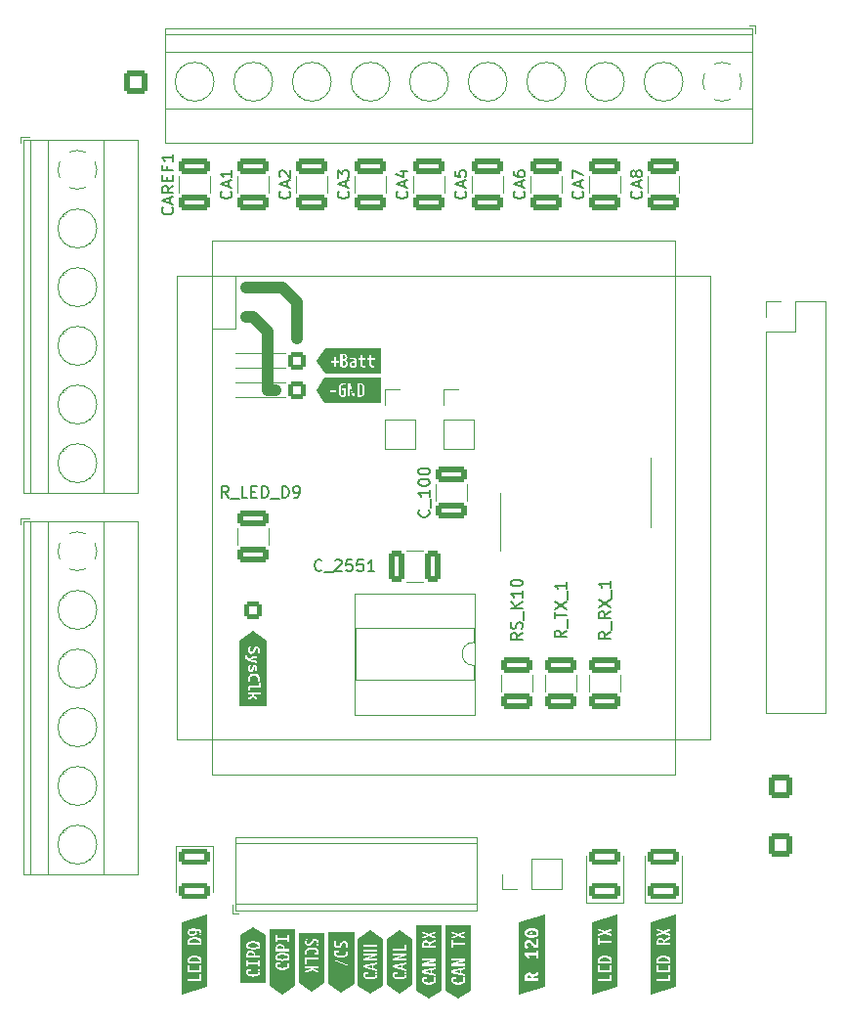
<source format=gto>
G04 #@! TF.GenerationSoftware,KiCad,Pcbnew,(6.0.4-163-g7b7e4e1ae5)*
G04 #@! TF.CreationDate,2022-06-12T19:11:13+02:00*
G04 #@! TF.ProjectId,CANduino128,43414e64-7569-46e6-9f31-32382e6b6963,rev?*
G04 #@! TF.SameCoordinates,Original*
G04 #@! TF.FileFunction,Legend,Top*
G04 #@! TF.FilePolarity,Positive*
%FSLAX46Y46*%
G04 Gerber Fmt 4.6, Leading zero omitted, Abs format (unit mm)*
G04 Created by KiCad (PCBNEW (6.0.4-163-g7b7e4e1ae5)) date 2022-06-12 19:11:13*
%MOMM*%
%LPD*%
G01*
G04 APERTURE LIST*
G04 Aperture macros list*
%AMRoundRect*
0 Rectangle with rounded corners*
0 $1 Rounding radius*
0 $2 $3 $4 $5 $6 $7 $8 $9 X,Y pos of 4 corners*
0 Add a 4 corners polygon primitive as box body*
4,1,4,$2,$3,$4,$5,$6,$7,$8,$9,$2,$3,0*
0 Add four circle primitives for the rounded corners*
1,1,$1+$1,$2,$3*
1,1,$1+$1,$4,$5*
1,1,$1+$1,$6,$7*
1,1,$1+$1,$8,$9*
0 Add four rect primitives between the rounded corners*
20,1,$1+$1,$2,$3,$4,$5,0*
20,1,$1+$1,$4,$5,$6,$7,0*
20,1,$1+$1,$6,$7,$8,$9,0*
20,1,$1+$1,$8,$9,$2,$3,0*%
G04 Aperture macros list end*
%ADD10C,1.000000*%
%ADD11C,0.150000*%
%ADD12C,0.120000*%
%ADD13RoundRect,0.250000X1.100000X-0.412500X1.100000X0.412500X-1.100000X0.412500X-1.100000X-0.412500X0*%
%ADD14RoundRect,0.250001X1.074999X-0.462499X1.074999X0.462499X-1.074999X0.462499X-1.074999X-0.462499X0*%
%ADD15R,1.700000X1.700000*%
%ADD16O,1.700000X1.700000*%
%ADD17RoundRect,0.250000X-1.075000X0.400000X-1.075000X-0.400000X1.075000X-0.400000X1.075000X0.400000X0*%
%ADD18RoundRect,0.250001X-0.799999X-0.799999X0.799999X-0.799999X0.799999X0.799999X-0.799999X0.799999X0*%
%ADD19C,0.800000*%
%ADD20C,6.400000*%
%ADD21R,2.400000X1.600000*%
%ADD22O,2.400000X1.600000*%
%ADD23R,1.600000X2.400000*%
%ADD24O,1.600000X2.400000*%
%ADD25C,1.600000*%
%ADD26R,1.600000X1.600000*%
%ADD27R,0.600000X1.500000*%
%ADD28RoundRect,0.250000X0.412500X1.100000X-0.412500X1.100000X-0.412500X-1.100000X0.412500X-1.100000X0*%
%ADD29RoundRect,0.250001X-1.074999X0.462499X-1.074999X-0.462499X1.074999X-0.462499X1.074999X0.462499X0*%
%ADD30R,2.600000X2.600000*%
%ADD31C,2.600000*%
%ADD32C,1.500000*%
%ADD33RoundRect,0.250000X-0.550000X0.550000X-0.550000X-0.550000X0.550000X-0.550000X0.550000X0.550000X0*%
%ADD34RoundRect,0.250000X1.075000X-0.400000X1.075000X0.400000X-1.075000X0.400000X-1.075000X-0.400000X0*%
%ADD35RoundRect,0.250000X-0.550000X-0.550000X0.550000X-0.550000X0.550000X0.550000X-0.550000X0.550000X0*%
%ADD36R,2.200000X2.200000*%
%ADD37C,2.200000*%
G04 APERTURE END LIST*
D10*
X146050000Y-74930000D02*
X146050000Y-80010000D01*
X144780000Y-73660000D02*
X146050000Y-74930000D01*
X144145000Y-73660000D02*
X144780000Y-73660000D01*
X147320000Y-71120000D02*
X148590000Y-72390000D01*
X148590000Y-72390000D02*
X148590000Y-75565000D01*
X144145000Y-71120000D02*
X147320000Y-71120000D01*
X146050000Y-80010000D02*
X146685000Y-80010000D01*
D11*
X163157142Y-62825238D02*
X163204761Y-62872857D01*
X163252380Y-63015714D01*
X163252380Y-63110952D01*
X163204761Y-63253809D01*
X163109523Y-63349047D01*
X163014285Y-63396666D01*
X162823809Y-63444285D01*
X162680952Y-63444285D01*
X162490476Y-63396666D01*
X162395238Y-63349047D01*
X162300000Y-63253809D01*
X162252380Y-63110952D01*
X162252380Y-63015714D01*
X162300000Y-62872857D01*
X162347619Y-62825238D01*
X162966666Y-62444285D02*
X162966666Y-61968095D01*
X163252380Y-62539523D02*
X162252380Y-62206190D01*
X163252380Y-61872857D01*
X162252380Y-61063333D02*
X162252380Y-61539523D01*
X162728571Y-61587142D01*
X162680952Y-61539523D01*
X162633333Y-61444285D01*
X162633333Y-61206190D01*
X162680952Y-61110952D01*
X162728571Y-61063333D01*
X162823809Y-61015714D01*
X163061904Y-61015714D01*
X163157142Y-61063333D01*
X163204761Y-61110952D01*
X163252380Y-61206190D01*
X163252380Y-61444285D01*
X163204761Y-61539523D01*
X163157142Y-61587142D01*
X171902380Y-100845714D02*
X171426190Y-101179047D01*
X171902380Y-101417142D02*
X170902380Y-101417142D01*
X170902380Y-101036190D01*
X170950000Y-100940952D01*
X170997619Y-100893333D01*
X171092857Y-100845714D01*
X171235714Y-100845714D01*
X171330952Y-100893333D01*
X171378571Y-100940952D01*
X171426190Y-101036190D01*
X171426190Y-101417142D01*
X171997619Y-100655238D02*
X171997619Y-99893333D01*
X170902380Y-99798095D02*
X170902380Y-99226666D01*
X171902380Y-99512380D02*
X170902380Y-99512380D01*
X170902380Y-98988571D02*
X171902380Y-98321904D01*
X170902380Y-98321904D02*
X171902380Y-98988571D01*
X171997619Y-98179047D02*
X171997619Y-97417142D01*
X171902380Y-96655238D02*
X171902380Y-97226666D01*
X171902380Y-96940952D02*
X170902380Y-96940952D01*
X171045238Y-97036190D01*
X171140476Y-97131428D01*
X171188095Y-97226666D01*
X137757142Y-64206190D02*
X137804761Y-64253809D01*
X137852380Y-64396666D01*
X137852380Y-64491904D01*
X137804761Y-64634761D01*
X137709523Y-64730000D01*
X137614285Y-64777619D01*
X137423809Y-64825238D01*
X137280952Y-64825238D01*
X137090476Y-64777619D01*
X136995238Y-64730000D01*
X136900000Y-64634761D01*
X136852380Y-64491904D01*
X136852380Y-64396666D01*
X136900000Y-64253809D01*
X136947619Y-64206190D01*
X137566666Y-63825238D02*
X137566666Y-63349047D01*
X137852380Y-63920476D02*
X136852380Y-63587142D01*
X137852380Y-63253809D01*
X137852380Y-62349047D02*
X137376190Y-62682380D01*
X137852380Y-62920476D02*
X136852380Y-62920476D01*
X136852380Y-62539523D01*
X136900000Y-62444285D01*
X136947619Y-62396666D01*
X137042857Y-62349047D01*
X137185714Y-62349047D01*
X137280952Y-62396666D01*
X137328571Y-62444285D01*
X137376190Y-62539523D01*
X137376190Y-62920476D01*
X137328571Y-61920476D02*
X137328571Y-61587142D01*
X137852380Y-61444285D02*
X137852380Y-61920476D01*
X136852380Y-61920476D01*
X136852380Y-61444285D01*
X137328571Y-60682380D02*
X137328571Y-61015714D01*
X137852380Y-61015714D02*
X136852380Y-61015714D01*
X136852380Y-60539523D01*
X137852380Y-59634761D02*
X137852380Y-60206190D01*
X137852380Y-59920476D02*
X136852380Y-59920476D01*
X136995238Y-60015714D01*
X137090476Y-60110952D01*
X137138095Y-60206190D01*
X168237142Y-62825238D02*
X168284761Y-62872857D01*
X168332380Y-63015714D01*
X168332380Y-63110952D01*
X168284761Y-63253809D01*
X168189523Y-63349047D01*
X168094285Y-63396666D01*
X167903809Y-63444285D01*
X167760952Y-63444285D01*
X167570476Y-63396666D01*
X167475238Y-63349047D01*
X167380000Y-63253809D01*
X167332380Y-63110952D01*
X167332380Y-63015714D01*
X167380000Y-62872857D01*
X167427619Y-62825238D01*
X168046666Y-62444285D02*
X168046666Y-61968095D01*
X168332380Y-62539523D02*
X167332380Y-62206190D01*
X168332380Y-61872857D01*
X167332380Y-61110952D02*
X167332380Y-61301428D01*
X167380000Y-61396666D01*
X167427619Y-61444285D01*
X167570476Y-61539523D01*
X167760952Y-61587142D01*
X168141904Y-61587142D01*
X168237142Y-61539523D01*
X168284761Y-61491904D01*
X168332380Y-61396666D01*
X168332380Y-61206190D01*
X168284761Y-61110952D01*
X168237142Y-61063333D01*
X168141904Y-61015714D01*
X167903809Y-61015714D01*
X167808571Y-61063333D01*
X167760952Y-61110952D01*
X167713333Y-61206190D01*
X167713333Y-61396666D01*
X167760952Y-61491904D01*
X167808571Y-61539523D01*
X167903809Y-61587142D01*
X150716309Y-95607142D02*
X150668690Y-95654761D01*
X150525833Y-95702380D01*
X150430595Y-95702380D01*
X150287738Y-95654761D01*
X150192500Y-95559523D01*
X150144880Y-95464285D01*
X150097261Y-95273809D01*
X150097261Y-95130952D01*
X150144880Y-94940476D01*
X150192500Y-94845238D01*
X150287738Y-94750000D01*
X150430595Y-94702380D01*
X150525833Y-94702380D01*
X150668690Y-94750000D01*
X150716309Y-94797619D01*
X150906785Y-95797619D02*
X151668690Y-95797619D01*
X151859166Y-94797619D02*
X151906785Y-94750000D01*
X152002023Y-94702380D01*
X152240119Y-94702380D01*
X152335357Y-94750000D01*
X152382976Y-94797619D01*
X152430595Y-94892857D01*
X152430595Y-94988095D01*
X152382976Y-95130952D01*
X151811547Y-95702380D01*
X152430595Y-95702380D01*
X153335357Y-94702380D02*
X152859166Y-94702380D01*
X152811547Y-95178571D01*
X152859166Y-95130952D01*
X152954404Y-95083333D01*
X153192500Y-95083333D01*
X153287738Y-95130952D01*
X153335357Y-95178571D01*
X153382976Y-95273809D01*
X153382976Y-95511904D01*
X153335357Y-95607142D01*
X153287738Y-95654761D01*
X153192500Y-95702380D01*
X152954404Y-95702380D01*
X152859166Y-95654761D01*
X152811547Y-95607142D01*
X154287738Y-94702380D02*
X153811547Y-94702380D01*
X153763928Y-95178571D01*
X153811547Y-95130952D01*
X153906785Y-95083333D01*
X154144880Y-95083333D01*
X154240119Y-95130952D01*
X154287738Y-95178571D01*
X154335357Y-95273809D01*
X154335357Y-95511904D01*
X154287738Y-95607142D01*
X154240119Y-95654761D01*
X154144880Y-95702380D01*
X153906785Y-95702380D01*
X153811547Y-95654761D01*
X153763928Y-95607142D01*
X155287738Y-95702380D02*
X154716309Y-95702380D01*
X155002023Y-95702380D02*
X155002023Y-94702380D01*
X154906785Y-94845238D01*
X154811547Y-94940476D01*
X154716309Y-94988095D01*
X147917142Y-62825238D02*
X147964761Y-62872857D01*
X148012380Y-63015714D01*
X148012380Y-63110952D01*
X147964761Y-63253809D01*
X147869523Y-63349047D01*
X147774285Y-63396666D01*
X147583809Y-63444285D01*
X147440952Y-63444285D01*
X147250476Y-63396666D01*
X147155238Y-63349047D01*
X147060000Y-63253809D01*
X147012380Y-63110952D01*
X147012380Y-63015714D01*
X147060000Y-62872857D01*
X147107619Y-62825238D01*
X147726666Y-62444285D02*
X147726666Y-61968095D01*
X148012380Y-62539523D02*
X147012380Y-62206190D01*
X148012380Y-61872857D01*
X147107619Y-61587142D02*
X147060000Y-61539523D01*
X147012380Y-61444285D01*
X147012380Y-61206190D01*
X147060000Y-61110952D01*
X147107619Y-61063333D01*
X147202857Y-61015714D01*
X147298095Y-61015714D01*
X147440952Y-61063333D01*
X148012380Y-61634761D01*
X148012380Y-61015714D01*
X158077142Y-62825238D02*
X158124761Y-62872857D01*
X158172380Y-63015714D01*
X158172380Y-63110952D01*
X158124761Y-63253809D01*
X158029523Y-63349047D01*
X157934285Y-63396666D01*
X157743809Y-63444285D01*
X157600952Y-63444285D01*
X157410476Y-63396666D01*
X157315238Y-63349047D01*
X157220000Y-63253809D01*
X157172380Y-63110952D01*
X157172380Y-63015714D01*
X157220000Y-62872857D01*
X157267619Y-62825238D01*
X157886666Y-62444285D02*
X157886666Y-61968095D01*
X158172380Y-62539523D02*
X157172380Y-62206190D01*
X158172380Y-61872857D01*
X157505714Y-61110952D02*
X158172380Y-61110952D01*
X157124761Y-61349047D02*
X157839047Y-61587142D01*
X157839047Y-60968095D01*
X142629285Y-89352380D02*
X142295952Y-88876190D01*
X142057857Y-89352380D02*
X142057857Y-88352380D01*
X142438809Y-88352380D01*
X142534047Y-88400000D01*
X142581666Y-88447619D01*
X142629285Y-88542857D01*
X142629285Y-88685714D01*
X142581666Y-88780952D01*
X142534047Y-88828571D01*
X142438809Y-88876190D01*
X142057857Y-88876190D01*
X142819761Y-89447619D02*
X143581666Y-89447619D01*
X144295952Y-89352380D02*
X143819761Y-89352380D01*
X143819761Y-88352380D01*
X144629285Y-88828571D02*
X144962619Y-88828571D01*
X145105476Y-89352380D02*
X144629285Y-89352380D01*
X144629285Y-88352380D01*
X145105476Y-88352380D01*
X145534047Y-89352380D02*
X145534047Y-88352380D01*
X145772142Y-88352380D01*
X145915000Y-88400000D01*
X146010238Y-88495238D01*
X146057857Y-88590476D01*
X146105476Y-88780952D01*
X146105476Y-88923809D01*
X146057857Y-89114285D01*
X146010238Y-89209523D01*
X145915000Y-89304761D01*
X145772142Y-89352380D01*
X145534047Y-89352380D01*
X146295952Y-89447619D02*
X147057857Y-89447619D01*
X147295952Y-89352380D02*
X147295952Y-88352380D01*
X147534047Y-88352380D01*
X147676904Y-88400000D01*
X147772142Y-88495238D01*
X147819761Y-88590476D01*
X147867380Y-88780952D01*
X147867380Y-88923809D01*
X147819761Y-89114285D01*
X147772142Y-89209523D01*
X147676904Y-89304761D01*
X147534047Y-89352380D01*
X147295952Y-89352380D01*
X148343571Y-89352380D02*
X148534047Y-89352380D01*
X148629285Y-89304761D01*
X148676904Y-89257142D01*
X148772142Y-89114285D01*
X148819761Y-88923809D01*
X148819761Y-88542857D01*
X148772142Y-88447619D01*
X148724523Y-88400000D01*
X148629285Y-88352380D01*
X148438809Y-88352380D01*
X148343571Y-88400000D01*
X148295952Y-88447619D01*
X148248333Y-88542857D01*
X148248333Y-88780952D01*
X148295952Y-88876190D01*
X148343571Y-88923809D01*
X148438809Y-88971428D01*
X148629285Y-88971428D01*
X148724523Y-88923809D01*
X148772142Y-88876190D01*
X148819761Y-88780952D01*
X152997142Y-62825238D02*
X153044761Y-62872857D01*
X153092380Y-63015714D01*
X153092380Y-63110952D01*
X153044761Y-63253809D01*
X152949523Y-63349047D01*
X152854285Y-63396666D01*
X152663809Y-63444285D01*
X152520952Y-63444285D01*
X152330476Y-63396666D01*
X152235238Y-63349047D01*
X152140000Y-63253809D01*
X152092380Y-63110952D01*
X152092380Y-63015714D01*
X152140000Y-62872857D01*
X152187619Y-62825238D01*
X152806666Y-62444285D02*
X152806666Y-61968095D01*
X153092380Y-62539523D02*
X152092380Y-62206190D01*
X153092380Y-61872857D01*
X152092380Y-61634761D02*
X152092380Y-61015714D01*
X152473333Y-61349047D01*
X152473333Y-61206190D01*
X152520952Y-61110952D01*
X152568571Y-61063333D01*
X152663809Y-61015714D01*
X152901904Y-61015714D01*
X152997142Y-61063333D01*
X153044761Y-61110952D01*
X153092380Y-61206190D01*
X153092380Y-61491904D01*
X153044761Y-61587142D01*
X152997142Y-61634761D01*
X178397142Y-62825238D02*
X178444761Y-62872857D01*
X178492380Y-63015714D01*
X178492380Y-63110952D01*
X178444761Y-63253809D01*
X178349523Y-63349047D01*
X178254285Y-63396666D01*
X178063809Y-63444285D01*
X177920952Y-63444285D01*
X177730476Y-63396666D01*
X177635238Y-63349047D01*
X177540000Y-63253809D01*
X177492380Y-63110952D01*
X177492380Y-63015714D01*
X177540000Y-62872857D01*
X177587619Y-62825238D01*
X178206666Y-62444285D02*
X178206666Y-61968095D01*
X178492380Y-62539523D02*
X177492380Y-62206190D01*
X178492380Y-61872857D01*
X177920952Y-61396666D02*
X177873333Y-61491904D01*
X177825714Y-61539523D01*
X177730476Y-61587142D01*
X177682857Y-61587142D01*
X177587619Y-61539523D01*
X177540000Y-61491904D01*
X177492380Y-61396666D01*
X177492380Y-61206190D01*
X177540000Y-61110952D01*
X177587619Y-61063333D01*
X177682857Y-61015714D01*
X177730476Y-61015714D01*
X177825714Y-61063333D01*
X177873333Y-61110952D01*
X177920952Y-61206190D01*
X177920952Y-61396666D01*
X177968571Y-61491904D01*
X178016190Y-61539523D01*
X178111428Y-61587142D01*
X178301904Y-61587142D01*
X178397142Y-61539523D01*
X178444761Y-61491904D01*
X178492380Y-61396666D01*
X178492380Y-61206190D01*
X178444761Y-61110952D01*
X178397142Y-61063333D01*
X178301904Y-61015714D01*
X178111428Y-61015714D01*
X178016190Y-61063333D01*
X177968571Y-61110952D01*
X177920952Y-61206190D01*
X142837142Y-62825238D02*
X142884761Y-62872857D01*
X142932380Y-63015714D01*
X142932380Y-63110952D01*
X142884761Y-63253809D01*
X142789523Y-63349047D01*
X142694285Y-63396666D01*
X142503809Y-63444285D01*
X142360952Y-63444285D01*
X142170476Y-63396666D01*
X142075238Y-63349047D01*
X141980000Y-63253809D01*
X141932380Y-63110952D01*
X141932380Y-63015714D01*
X141980000Y-62872857D01*
X142027619Y-62825238D01*
X142646666Y-62444285D02*
X142646666Y-61968095D01*
X142932380Y-62539523D02*
X141932380Y-62206190D01*
X142932380Y-61872857D01*
X142932380Y-61015714D02*
X142932380Y-61587142D01*
X142932380Y-61301428D02*
X141932380Y-61301428D01*
X142075238Y-61396666D01*
X142170476Y-61491904D01*
X142218095Y-61587142D01*
X168092380Y-101060000D02*
X167616190Y-101393333D01*
X168092380Y-101631428D02*
X167092380Y-101631428D01*
X167092380Y-101250476D01*
X167140000Y-101155238D01*
X167187619Y-101107619D01*
X167282857Y-101060000D01*
X167425714Y-101060000D01*
X167520952Y-101107619D01*
X167568571Y-101155238D01*
X167616190Y-101250476D01*
X167616190Y-101631428D01*
X168044761Y-100679047D02*
X168092380Y-100536190D01*
X168092380Y-100298095D01*
X168044761Y-100202857D01*
X167997142Y-100155238D01*
X167901904Y-100107619D01*
X167806666Y-100107619D01*
X167711428Y-100155238D01*
X167663809Y-100202857D01*
X167616190Y-100298095D01*
X167568571Y-100488571D01*
X167520952Y-100583809D01*
X167473333Y-100631428D01*
X167378095Y-100679047D01*
X167282857Y-100679047D01*
X167187619Y-100631428D01*
X167140000Y-100583809D01*
X167092380Y-100488571D01*
X167092380Y-100250476D01*
X167140000Y-100107619D01*
X168187619Y-99917142D02*
X168187619Y-99155238D01*
X168092380Y-98917142D02*
X167092380Y-98917142D01*
X168092380Y-98345714D02*
X167520952Y-98774285D01*
X167092380Y-98345714D02*
X167663809Y-98917142D01*
X168092380Y-97393333D02*
X168092380Y-97964761D01*
X168092380Y-97679047D02*
X167092380Y-97679047D01*
X167235238Y-97774285D01*
X167330476Y-97869523D01*
X167378095Y-97964761D01*
X167092380Y-96774285D02*
X167092380Y-96679047D01*
X167140000Y-96583809D01*
X167187619Y-96536190D01*
X167282857Y-96488571D01*
X167473333Y-96440952D01*
X167711428Y-96440952D01*
X167901904Y-96488571D01*
X167997142Y-96536190D01*
X168044761Y-96583809D01*
X168092380Y-96679047D01*
X168092380Y-96774285D01*
X168044761Y-96869523D01*
X167997142Y-96917142D01*
X167901904Y-96964761D01*
X167711428Y-97012380D01*
X167473333Y-97012380D01*
X167282857Y-96964761D01*
X167187619Y-96917142D01*
X167140000Y-96869523D01*
X167092380Y-96774285D01*
X173317142Y-62825238D02*
X173364761Y-62872857D01*
X173412380Y-63015714D01*
X173412380Y-63110952D01*
X173364761Y-63253809D01*
X173269523Y-63349047D01*
X173174285Y-63396666D01*
X172983809Y-63444285D01*
X172840952Y-63444285D01*
X172650476Y-63396666D01*
X172555238Y-63349047D01*
X172460000Y-63253809D01*
X172412380Y-63110952D01*
X172412380Y-63015714D01*
X172460000Y-62872857D01*
X172507619Y-62825238D01*
X173126666Y-62444285D02*
X173126666Y-61968095D01*
X173412380Y-62539523D02*
X172412380Y-62206190D01*
X173412380Y-61872857D01*
X172412380Y-61634761D02*
X172412380Y-60968095D01*
X173412380Y-61396666D01*
X159982142Y-90400000D02*
X160029761Y-90447619D01*
X160077380Y-90590476D01*
X160077380Y-90685714D01*
X160029761Y-90828571D01*
X159934523Y-90923809D01*
X159839285Y-90971428D01*
X159648809Y-91019047D01*
X159505952Y-91019047D01*
X159315476Y-90971428D01*
X159220238Y-90923809D01*
X159125000Y-90828571D01*
X159077380Y-90685714D01*
X159077380Y-90590476D01*
X159125000Y-90447619D01*
X159172619Y-90400000D01*
X160172619Y-90209523D02*
X160172619Y-89447619D01*
X160077380Y-88685714D02*
X160077380Y-89257142D01*
X160077380Y-88971428D02*
X159077380Y-88971428D01*
X159220238Y-89066666D01*
X159315476Y-89161904D01*
X159363095Y-89257142D01*
X159077380Y-88066666D02*
X159077380Y-87971428D01*
X159125000Y-87876190D01*
X159172619Y-87828571D01*
X159267857Y-87780952D01*
X159458333Y-87733333D01*
X159696428Y-87733333D01*
X159886904Y-87780952D01*
X159982142Y-87828571D01*
X160029761Y-87876190D01*
X160077380Y-87971428D01*
X160077380Y-88066666D01*
X160029761Y-88161904D01*
X159982142Y-88209523D01*
X159886904Y-88257142D01*
X159696428Y-88304761D01*
X159458333Y-88304761D01*
X159267857Y-88257142D01*
X159172619Y-88209523D01*
X159125000Y-88161904D01*
X159077380Y-88066666D01*
X159077380Y-87114285D02*
X159077380Y-87019047D01*
X159125000Y-86923809D01*
X159172619Y-86876190D01*
X159267857Y-86828571D01*
X159458333Y-86780952D01*
X159696428Y-86780952D01*
X159886904Y-86828571D01*
X159982142Y-86876190D01*
X160029761Y-86923809D01*
X160077380Y-87019047D01*
X160077380Y-87114285D01*
X160029761Y-87209523D01*
X159982142Y-87257142D01*
X159886904Y-87304761D01*
X159696428Y-87352380D01*
X159458333Y-87352380D01*
X159267857Y-87304761D01*
X159172619Y-87257142D01*
X159125000Y-87209523D01*
X159077380Y-87114285D01*
X175712380Y-100964761D02*
X175236190Y-101298095D01*
X175712380Y-101536190D02*
X174712380Y-101536190D01*
X174712380Y-101155238D01*
X174760000Y-101060000D01*
X174807619Y-101012380D01*
X174902857Y-100964761D01*
X175045714Y-100964761D01*
X175140952Y-101012380D01*
X175188571Y-101060000D01*
X175236190Y-101155238D01*
X175236190Y-101536190D01*
X175807619Y-100774285D02*
X175807619Y-100012380D01*
X175712380Y-99202857D02*
X175236190Y-99536190D01*
X175712380Y-99774285D02*
X174712380Y-99774285D01*
X174712380Y-99393333D01*
X174760000Y-99298095D01*
X174807619Y-99250476D01*
X174902857Y-99202857D01*
X175045714Y-99202857D01*
X175140952Y-99250476D01*
X175188571Y-99298095D01*
X175236190Y-99393333D01*
X175236190Y-99774285D01*
X174712380Y-98869523D02*
X175712380Y-98202857D01*
X174712380Y-98202857D02*
X175712380Y-98869523D01*
X175807619Y-98060000D02*
X175807619Y-97298095D01*
X175712380Y-96536190D02*
X175712380Y-97107619D01*
X175712380Y-96821904D02*
X174712380Y-96821904D01*
X174855238Y-96917142D01*
X174950476Y-97012380D01*
X174998095Y-97107619D01*
D12*
X166460000Y-62941252D02*
X166460000Y-61518748D01*
X163740000Y-62941252D02*
X163740000Y-61518748D01*
X178755000Y-124380000D02*
X181925000Y-124380000D01*
X181925000Y-124380000D02*
X181925000Y-120320000D01*
X178755000Y-120320000D02*
X178755000Y-124380000D01*
X161230000Y-79950000D02*
X162560000Y-79950000D01*
X161230000Y-81280000D02*
X161230000Y-79950000D01*
X161230000Y-85150000D02*
X163890000Y-85150000D01*
X161230000Y-82550000D02*
X163890000Y-82550000D01*
X163890000Y-82550000D02*
X163890000Y-85150000D01*
X161230000Y-82550000D02*
X161230000Y-85150000D01*
X172805000Y-104686263D02*
X172805000Y-106133737D01*
X170095000Y-104686263D02*
X170095000Y-106133737D01*
G36*
X144936369Y-127919383D02*
G01*
X145056225Y-127933670D01*
X145139569Y-127957483D01*
X145212792Y-128013442D01*
X145237200Y-128095595D01*
X145212792Y-128177749D01*
X145139569Y-128233708D01*
X145056225Y-128257520D01*
X144936369Y-128271808D01*
X144780000Y-128276570D01*
X144623631Y-128271808D01*
X144503775Y-128257520D01*
X144420431Y-128233708D01*
X144347208Y-128177749D01*
X144322800Y-128095595D01*
X144347208Y-128013442D01*
X144420431Y-127957483D01*
X144503775Y-127933670D01*
X144623631Y-127919383D01*
X144780000Y-127914620D01*
X144936369Y-127919383D01*
G37*
G36*
X144694077Y-128737541D02*
G01*
X144774444Y-128772664D01*
X144819092Y-128832394D01*
X144833975Y-128917920D01*
X144822863Y-129009995D01*
X144335500Y-129009995D01*
X144322800Y-128917920D01*
X144337484Y-128832394D01*
X144381537Y-128772664D01*
X144458531Y-128737541D01*
X144572037Y-128725833D01*
X144694077Y-128737541D01*
G37*
G36*
X143672057Y-127233715D02*
G01*
X144780000Y-126495087D01*
X145887943Y-127233715D01*
X145887943Y-131314913D01*
X143672057Y-131314913D01*
X143672057Y-130405408D01*
X144184687Y-130405408D01*
X144193741Y-130498426D01*
X144220902Y-130579041D01*
X144266171Y-130647254D01*
X144329547Y-130703064D01*
X144411030Y-130746472D01*
X144510621Y-130777478D01*
X144628319Y-130796082D01*
X144764125Y-130802283D01*
X144907372Y-130796007D01*
X145031520Y-130777181D01*
X145136567Y-130745803D01*
X145222516Y-130701874D01*
X145289364Y-130645393D01*
X145337113Y-130576362D01*
X145365763Y-130494779D01*
X145375313Y-130400645D01*
X145365391Y-130294680D01*
X145335625Y-130199033D01*
X145189575Y-130199033D01*
X145226484Y-130289520D01*
X145238788Y-130373658D01*
X145225602Y-130451269D01*
X145186047Y-130514769D01*
X145120122Y-130564158D01*
X145027826Y-130599436D01*
X144909161Y-130620602D01*
X144764125Y-130627658D01*
X144629761Y-130621264D01*
X144519826Y-130602082D01*
X144434322Y-130570111D01*
X144373247Y-130525352D01*
X144336602Y-130467806D01*
X144324387Y-130397470D01*
X144330737Y-130360958D01*
X144578387Y-130360958D01*
X144578387Y-130191095D01*
X144219612Y-130191095D01*
X144193419Y-130292299D01*
X144184687Y-130405408D01*
X143672057Y-130405408D01*
X143672057Y-129952970D01*
X144200562Y-129952970D01*
X144338675Y-129952970D01*
X144338675Y-129775170D01*
X145221325Y-129775170D01*
X145221325Y-129952970D01*
X145359438Y-129952970D01*
X145359438Y-129413220D01*
X145221325Y-129413220D01*
X145221325Y-129591020D01*
X144338675Y-129591020D01*
X144338675Y-129413220D01*
X144200562Y-129413220D01*
X144200562Y-129952970D01*
X143672057Y-129952970D01*
X143672057Y-128917920D01*
X144184687Y-128917920D01*
X144188215Y-129009290D01*
X144198799Y-129099248D01*
X144216437Y-129187795D01*
X145359438Y-129187795D01*
X145359438Y-129009995D01*
X144962563Y-129009995D01*
X144970500Y-128917920D01*
X144959917Y-128804767D01*
X144928167Y-128712957D01*
X144875250Y-128642489D01*
X144799226Y-128592659D01*
X144698156Y-128562761D01*
X144572037Y-128552795D01*
X144448124Y-128562497D01*
X144349435Y-128591601D01*
X144275969Y-128640108D01*
X144225257Y-128709782D01*
X144194830Y-128802386D01*
X144184687Y-128917920D01*
X143672057Y-128917920D01*
X143672057Y-128095595D01*
X144184687Y-128095595D01*
X144198181Y-128205927D01*
X144238662Y-128292445D01*
X144312084Y-128358128D01*
X144424400Y-128405952D01*
X144522472Y-128427559D01*
X144641006Y-128440524D01*
X144780000Y-128444845D01*
X144918994Y-128440524D01*
X145037528Y-128427559D01*
X145135600Y-128405952D01*
X145247916Y-128358128D01*
X145321338Y-128292445D01*
X145361819Y-128205927D01*
X145375313Y-128095595D01*
X145361819Y-127985264D01*
X145321338Y-127898745D01*
X145247916Y-127833063D01*
X145135600Y-127785239D01*
X145037528Y-127763632D01*
X144918994Y-127750667D01*
X144780000Y-127746345D01*
X144641006Y-127750667D01*
X144522472Y-127763632D01*
X144424400Y-127785239D01*
X144312084Y-127833063D01*
X144238662Y-127898745D01*
X144198181Y-127985264D01*
X144184687Y-128095595D01*
X143672057Y-128095595D01*
X143672057Y-127233715D01*
G37*
X141060000Y-62941252D02*
X141060000Y-61518748D01*
X138340000Y-62941252D02*
X138340000Y-61518748D01*
X168820000Y-62941252D02*
X168820000Y-61518748D01*
X171540000Y-62941252D02*
X171540000Y-61518748D01*
G36*
X157480000Y-126784585D02*
G01*
X158587943Y-127523214D01*
X158587943Y-131556786D01*
X157480000Y-132295415D01*
X156372057Y-131556786D01*
X156372057Y-130647281D01*
X156884687Y-130647281D01*
X156893741Y-130740299D01*
X156920902Y-130820914D01*
X156966171Y-130889127D01*
X157029547Y-130944938D01*
X157111030Y-130988346D01*
X157210621Y-131019352D01*
X157328319Y-131037955D01*
X157464125Y-131044156D01*
X157607372Y-131037881D01*
X157731520Y-131019054D01*
X157836567Y-130987676D01*
X157922516Y-130943747D01*
X157989364Y-130887267D01*
X158037113Y-130818235D01*
X158065763Y-130736653D01*
X158075313Y-130642519D01*
X158065391Y-130536553D01*
X158035625Y-130440906D01*
X157889575Y-130440906D01*
X157926484Y-130531394D01*
X157938788Y-130615531D01*
X157925602Y-130693142D01*
X157886047Y-130756642D01*
X157820122Y-130806031D01*
X157727826Y-130841309D01*
X157609161Y-130862476D01*
X157464125Y-130869531D01*
X157329761Y-130863137D01*
X157219826Y-130843955D01*
X157134322Y-130811984D01*
X157073247Y-130767226D01*
X157036602Y-130709679D01*
X157024387Y-130639344D01*
X157030737Y-130602831D01*
X157278387Y-130602831D01*
X157278387Y-130432969D01*
X156919612Y-130432969D01*
X156893419Y-130534172D01*
X156884687Y-130647281D01*
X156372057Y-130647281D01*
X156372057Y-130029744D01*
X156900562Y-130029744D01*
X158059438Y-130302794D01*
X158059438Y-130124994D01*
X157754638Y-130064669D01*
X157754638Y-129793206D01*
X158059438Y-129732881D01*
X158059438Y-129548731D01*
X156900562Y-129823369D01*
X156900562Y-130029744D01*
X156372057Y-130029744D01*
X156372057Y-129432844D01*
X156900562Y-129432844D01*
X158059438Y-129432844D01*
X158059438Y-129258219D01*
X157218062Y-129258219D01*
X157218062Y-129255044D01*
X158059438Y-129007394D01*
X158059438Y-128829594D01*
X156900562Y-128829594D01*
X156900562Y-128996281D01*
X157741938Y-128996281D01*
X157741938Y-129001044D01*
X156900562Y-129248694D01*
X156900562Y-129432844D01*
X156372057Y-129432844D01*
X156372057Y-128583531D01*
X156900562Y-128583531D01*
X158059438Y-128583531D01*
X158059438Y-128035844D01*
X157921325Y-128035844D01*
X157921325Y-128405731D01*
X156900562Y-128405731D01*
X156900562Y-128583531D01*
X156372057Y-128583531D01*
X156372057Y-127523214D01*
X157480000Y-126784585D01*
G37*
G36*
X157619700Y-130037681D02*
G01*
X157075187Y-129929731D01*
X157075187Y-129928144D01*
X157619700Y-129820194D01*
X157619700Y-130037681D01*
G37*
X141224000Y-110236000D02*
X181356000Y-110236000D01*
X181356000Y-110236000D02*
X181356000Y-113284000D01*
X181356000Y-113284000D02*
X141224000Y-113284000D01*
X141224000Y-113284000D02*
X141224000Y-110236000D01*
X184404000Y-110236000D02*
X181356000Y-110236000D01*
X181356000Y-110236000D02*
X181356000Y-70104000D01*
X181356000Y-70104000D02*
X184404000Y-70104000D01*
X184404000Y-70104000D02*
X184404000Y-110236000D01*
X141224000Y-70104000D02*
X143256000Y-70104000D01*
X143256000Y-70104000D02*
X143256000Y-74676000D01*
X143256000Y-74676000D02*
X141224000Y-74676000D01*
X141224000Y-74676000D02*
X141224000Y-70104000D01*
X138176000Y-70104000D02*
X141224000Y-70104000D01*
X141224000Y-70104000D02*
X141224000Y-110236000D01*
X141224000Y-110236000D02*
X138176000Y-110236000D01*
X138176000Y-110236000D02*
X138176000Y-70104000D01*
X181356000Y-70104000D02*
X141224000Y-70104000D01*
X141224000Y-70104000D02*
X141224000Y-67056000D01*
X141224000Y-67056000D02*
X181356000Y-67056000D01*
X181356000Y-67056000D02*
X181356000Y-70104000D01*
G36*
X175406226Y-129174169D02*
G01*
X175530581Y-129193484D01*
X175617188Y-129225675D01*
X175693388Y-129301280D01*
X175718788Y-129412206D01*
X175704500Y-129483644D01*
X174817087Y-129483644D01*
X174802800Y-129412206D01*
X174827406Y-129302272D01*
X174901225Y-129226469D01*
X174983069Y-129193837D01*
X175097369Y-129174258D01*
X175244125Y-129167731D01*
X175406226Y-129174169D01*
G37*
G36*
X176367943Y-125451923D02*
G01*
X176367943Y-131693311D01*
X174152057Y-132358077D01*
X174152057Y-131180681D01*
X174680562Y-131180681D01*
X175839438Y-131180681D01*
X175839438Y-130632994D01*
X175701325Y-130632994D01*
X175701325Y-131002881D01*
X174680562Y-131002881D01*
X174680562Y-131180681D01*
X174152057Y-131180681D01*
X174152057Y-130415506D01*
X174680562Y-130415506D01*
X175839438Y-130415506D01*
X175839438Y-129859881D01*
X175701325Y-129859881D01*
X175701325Y-130237706D01*
X175283813Y-130237706D01*
X175283813Y-129875756D01*
X175148875Y-129875756D01*
X175148875Y-130237706D01*
X174818675Y-130237706D01*
X174818675Y-129859881D01*
X174680562Y-129859881D01*
X174680562Y-130415506D01*
X174152057Y-130415506D01*
X174152057Y-129412206D01*
X174664687Y-129412206D01*
X174672625Y-129537222D01*
X174696437Y-129661444D01*
X175823563Y-129661444D01*
X175847375Y-129541984D01*
X175855313Y-129412206D01*
X175841620Y-129280444D01*
X175800544Y-129177256D01*
X175725733Y-129098873D01*
X175610838Y-129041525D01*
X175510119Y-129015508D01*
X175387882Y-128999897D01*
X175244125Y-128994694D01*
X175095743Y-129000796D01*
X174971273Y-129019102D01*
X174870715Y-129049611D01*
X174794069Y-129092325D01*
X174722190Y-129171259D01*
X174679063Y-129277886D01*
X174664687Y-129412206D01*
X174152057Y-129412206D01*
X174152057Y-128085056D01*
X174680562Y-128085056D01*
X174818675Y-128085056D01*
X174818675Y-127848519D01*
X175839438Y-127848519D01*
X175839438Y-127670719D01*
X174818675Y-127670719D01*
X174818675Y-127434181D01*
X174680562Y-127434181D01*
X174680562Y-128085056D01*
X174152057Y-128085056D01*
X174152057Y-127299244D01*
X174680562Y-127299244D01*
X175248887Y-127076994D01*
X175839438Y-127304006D01*
X175839438Y-127116681D01*
X175375888Y-126972219D01*
X175375888Y-126969044D01*
X175839438Y-126822994D01*
X175839438Y-126629319D01*
X175248887Y-126854744D01*
X174680562Y-126632494D01*
X174680562Y-126816644D01*
X175125062Y-126962694D01*
X175125062Y-126965869D01*
X174680562Y-127110331D01*
X174680562Y-127299244D01*
X174152057Y-127299244D01*
X174152057Y-126116689D01*
X176367943Y-125451923D01*
G37*
G36*
X155079700Y-130045619D02*
G01*
X154535187Y-129937669D01*
X154535187Y-129936081D01*
X155079700Y-129828131D01*
X155079700Y-130045619D01*
G37*
G36*
X154940000Y-126776648D02*
G01*
X156047943Y-127515276D01*
X156047943Y-131564724D01*
X154940000Y-132303352D01*
X153832057Y-131564724D01*
X153832057Y-130655219D01*
X154344687Y-130655219D01*
X154353741Y-130748236D01*
X154380902Y-130828852D01*
X154426171Y-130897064D01*
X154489547Y-130952875D01*
X154571030Y-130996283D01*
X154670621Y-131027289D01*
X154788319Y-131045893D01*
X154924125Y-131052094D01*
X155067372Y-131045818D01*
X155191520Y-131026991D01*
X155296567Y-130995613D01*
X155382516Y-130951684D01*
X155449364Y-130895204D01*
X155497113Y-130826173D01*
X155525763Y-130744590D01*
X155535313Y-130650456D01*
X155525391Y-130544491D01*
X155495625Y-130448844D01*
X155349575Y-130448844D01*
X155386484Y-130539331D01*
X155398788Y-130623469D01*
X155385602Y-130701080D01*
X155346047Y-130764580D01*
X155280122Y-130813969D01*
X155187826Y-130849247D01*
X155069161Y-130870413D01*
X154924125Y-130877469D01*
X154789761Y-130871075D01*
X154679826Y-130851892D01*
X154594322Y-130819922D01*
X154533247Y-130775163D01*
X154496602Y-130717616D01*
X154484387Y-130647281D01*
X154490737Y-130610769D01*
X154738387Y-130610769D01*
X154738387Y-130440906D01*
X154379612Y-130440906D01*
X154353419Y-130542109D01*
X154344687Y-130655219D01*
X153832057Y-130655219D01*
X153832057Y-130037681D01*
X154360562Y-130037681D01*
X155519438Y-130310731D01*
X155519438Y-130132931D01*
X155214638Y-130072606D01*
X155214638Y-129801144D01*
X155519438Y-129740819D01*
X155519438Y-129556669D01*
X154360562Y-129831306D01*
X154360562Y-130037681D01*
X153832057Y-130037681D01*
X153832057Y-129440781D01*
X154360562Y-129440781D01*
X155519438Y-129440781D01*
X155519438Y-129266156D01*
X154678062Y-129266156D01*
X154678062Y-129262981D01*
X155519438Y-129015331D01*
X155519438Y-128837531D01*
X154360562Y-128837531D01*
X154360562Y-129004219D01*
X155201938Y-129004219D01*
X155201938Y-129008981D01*
X154360562Y-129256631D01*
X154360562Y-129440781D01*
X153832057Y-129440781D01*
X153832057Y-128027906D01*
X154360562Y-128027906D01*
X154360562Y-128207294D01*
X154828875Y-128207294D01*
X154828875Y-128489869D01*
X154360562Y-128489869D01*
X154360562Y-128662906D01*
X155519438Y-128662906D01*
X155519438Y-128489869D01*
X154963813Y-128489869D01*
X154963813Y-128207294D01*
X155519438Y-128207294D01*
X155519438Y-128027906D01*
X154360562Y-128027906D01*
X153832057Y-128027906D01*
X153832057Y-127515276D01*
X154940000Y-126776648D01*
G37*
X166190000Y-93900000D02*
X166190000Y-88900000D01*
X179250000Y-91900000D02*
X179250000Y-85900000D01*
X159461252Y-93890000D02*
X158038748Y-93890000D01*
X159461252Y-96610000D02*
X158038748Y-96610000D01*
X151220000Y-62941252D02*
X151220000Y-61518748D01*
X148500000Y-62941252D02*
X148500000Y-61518748D01*
G36*
X149860000Y-132080154D02*
G01*
X148752057Y-131341526D01*
X148752057Y-130547776D01*
X149280562Y-130547776D01*
X149886988Y-130236626D01*
X150439438Y-130539838D01*
X150439438Y-130349338D01*
X149931438Y-130077876D01*
X149931438Y-130074701D01*
X150439438Y-130074701D01*
X150439438Y-129896901D01*
X149280562Y-129896901D01*
X149280562Y-130074701D01*
X149836187Y-130074701D01*
X149836187Y-130077876D01*
X149280562Y-130355688D01*
X149280562Y-130547776D01*
X148752057Y-130547776D01*
X148752057Y-129703226D01*
X149280562Y-129703226D01*
X149418675Y-129703226D01*
X149418675Y-129333338D01*
X150439438Y-129333338D01*
X150439438Y-129155538D01*
X149280562Y-129155538D01*
X149280562Y-129703226D01*
X148752057Y-129703226D01*
X148752057Y-128684051D01*
X149264687Y-128684051D01*
X149274609Y-128790016D01*
X149304375Y-128885663D01*
X149450425Y-128885663D01*
X149413516Y-128795176D01*
X149401212Y-128711038D01*
X149414398Y-128633427D01*
X149453953Y-128569927D01*
X149519878Y-128520538D01*
X149612174Y-128485261D01*
X149730839Y-128464094D01*
X149875875Y-128457038D01*
X150010239Y-128463432D01*
X150120174Y-128482615D01*
X150205678Y-128514585D01*
X150266753Y-128559344D01*
X150303398Y-128616891D01*
X150315613Y-128687226D01*
X150309263Y-128723738D01*
X150061613Y-128723738D01*
X150061613Y-128893601D01*
X150420388Y-128893601D01*
X150446581Y-128792398D01*
X150455313Y-128679288D01*
X150446259Y-128586271D01*
X150419098Y-128505656D01*
X150373829Y-128437443D01*
X150310453Y-128381632D01*
X150228970Y-128338224D01*
X150129379Y-128307218D01*
X150011681Y-128288615D01*
X149875875Y-128282413D01*
X149732628Y-128288689D01*
X149608480Y-128307516D01*
X149503433Y-128338894D01*
X149417484Y-128382823D01*
X149350636Y-128439303D01*
X149302887Y-128508334D01*
X149274237Y-128589917D01*
X149264687Y-128684051D01*
X148752057Y-128684051D01*
X148752057Y-127790288D01*
X149264687Y-127790288D01*
X149277387Y-127913161D01*
X149315487Y-128008728D01*
X149378987Y-128076991D01*
X149467887Y-128117948D01*
X149582187Y-128131601D01*
X149704822Y-128114535D01*
X149802850Y-128063338D01*
X149859471Y-128005306D01*
X149915033Y-127922227D01*
X149969538Y-127814101D01*
X150016986Y-127743545D01*
X150081015Y-127701212D01*
X150161625Y-127687101D01*
X150226713Y-127698213D01*
X150275925Y-127731551D01*
X150306881Y-127784335D01*
X150317200Y-127853788D01*
X150300134Y-127977216D01*
X150248938Y-128099851D01*
X150407688Y-128099851D01*
X150434146Y-128014479D01*
X150450021Y-127925579D01*
X150455313Y-127833151D01*
X150446493Y-127738342D01*
X150420035Y-127659231D01*
X150375938Y-127595820D01*
X150280688Y-127533312D01*
X150153688Y-127512476D01*
X150040975Y-127528946D01*
X149947313Y-127578357D01*
X149892279Y-127632949D01*
X149839362Y-127708885D01*
X149788562Y-127806163D01*
X149747684Y-127874227D01*
X149701250Y-127919670D01*
X149644894Y-127945268D01*
X149574250Y-127953801D01*
X149500233Y-127942688D01*
X149446456Y-127909351D01*
X149413714Y-127856170D01*
X149402800Y-127785526D01*
X149414265Y-127692569D01*
X149448661Y-127604198D01*
X149505987Y-127520413D01*
X149340887Y-127520413D01*
X149298554Y-127601905D01*
X149273154Y-127691863D01*
X149264687Y-127790288D01*
X148752057Y-127790288D01*
X148752057Y-126999846D01*
X150967943Y-126999846D01*
X150967943Y-131341526D01*
X149860000Y-132080154D01*
G37*
X163890000Y-100620000D02*
X153610000Y-100620000D01*
X163890000Y-101870000D02*
X163890000Y-100620000D01*
X153610000Y-105120000D02*
X163890000Y-105120000D01*
X153610000Y-100620000D02*
X153610000Y-105120000D01*
X163950000Y-108120000D02*
X163950000Y-97620000D01*
X163890000Y-105120000D02*
X163890000Y-103870000D01*
X153550000Y-108120000D02*
X163950000Y-108120000D01*
X163950000Y-97620000D02*
X153550000Y-97620000D01*
X153550000Y-97620000D02*
X153550000Y-108120000D01*
X163890000Y-101870000D02*
G75*
G03*
X163890000Y-103870000I0J-1000000D01*
G01*
G36*
X152690998Y-77029381D02*
G01*
X152749735Y-77083885D01*
X152769314Y-77174725D01*
X152756614Y-77258267D01*
X152718514Y-77315219D01*
X152653427Y-77347961D01*
X152559764Y-77358875D01*
X152513727Y-77358875D01*
X152513727Y-77023912D01*
X152593102Y-77011212D01*
X152690998Y-77029381D01*
G37*
G36*
X153548777Y-77920850D02*
G01*
X153444002Y-77941488D01*
X153328114Y-77904181D01*
X153286839Y-77798613D01*
X153299738Y-77726778D01*
X153338433Y-77676375D01*
X153405703Y-77646609D01*
X153504327Y-77636688D01*
X153548777Y-77636688D01*
X153548777Y-77920850D01*
G37*
G36*
X152678033Y-77506909D02*
G01*
X152745502Y-77546200D01*
X152784792Y-77614066D01*
X152797889Y-77712888D01*
X152785785Y-77810320D01*
X152749470Y-77877194D01*
X152688550Y-77915889D01*
X152602627Y-77928788D01*
X152513727Y-77916088D01*
X152513727Y-77493813D01*
X152580402Y-77493813D01*
X152678033Y-77506909D01*
G37*
G36*
X155821944Y-78577943D02*
G01*
X150986684Y-78577943D01*
X150623764Y-78033563D01*
X152335927Y-78033563D01*
X152423416Y-78051201D01*
X152512316Y-78061785D01*
X152602627Y-78065313D01*
X152715163Y-78055611D01*
X152807238Y-78026507D01*
X152878852Y-77978000D01*
X152930005Y-77910090D01*
X152960696Y-77822778D01*
X152963013Y-77798613D01*
X153118564Y-77798613D01*
X153139797Y-77911325D01*
X153203495Y-77995463D01*
X153267966Y-78034268D01*
X153348134Y-78057551D01*
X153444002Y-78065313D01*
X153540486Y-78059668D01*
X153633091Y-78042735D01*
X153721814Y-78014513D01*
X153721814Y-77522388D01*
X153715023Y-77411262D01*
X153708447Y-77384275D01*
X153912314Y-77384275D01*
X154075827Y-77384275D01*
X154075827Y-77811313D01*
X154089916Y-77934344D01*
X154132183Y-78011338D01*
X154210566Y-78051819D01*
X154333002Y-78065313D01*
X154420711Y-78060550D01*
X154499689Y-78046263D01*
X154499689Y-77901800D01*
X154431824Y-77919659D01*
X154364752Y-77925613D01*
X154269502Y-77899419D01*
X154248864Y-77779563D01*
X154248864Y-77384275D01*
X154515564Y-77384275D01*
X154706064Y-77384275D01*
X154869577Y-77384275D01*
X154869577Y-77811313D01*
X154883666Y-77934344D01*
X154925933Y-78011338D01*
X155004316Y-78051819D01*
X155126752Y-78065313D01*
X155214461Y-78060550D01*
X155293439Y-78046263D01*
X155293439Y-77901800D01*
X155225574Y-77919659D01*
X155158502Y-77925613D01*
X155063252Y-77899419D01*
X155042614Y-77779563D01*
X155042614Y-77384275D01*
X155309314Y-77384275D01*
X155309314Y-77255687D01*
X155042614Y-77255687D01*
X155042614Y-76954062D01*
X154869577Y-76954062D01*
X154869577Y-77255687D01*
X154706064Y-77255687D01*
X154706064Y-77384275D01*
X154515564Y-77384275D01*
X154515564Y-77255687D01*
X154248864Y-77255687D01*
X154248864Y-76954062D01*
X154075827Y-76954062D01*
X154075827Y-77255687D01*
X153912314Y-77255687D01*
X153912314Y-77384275D01*
X153708447Y-77384275D01*
X153694650Y-77327654D01*
X153660695Y-77271562D01*
X153571200Y-77223937D01*
X153424952Y-77208062D01*
X153339580Y-77213707D01*
X153250680Y-77230640D01*
X153158252Y-77258862D01*
X153158252Y-77395387D01*
X153250327Y-77363637D01*
X153336052Y-77344587D01*
X153415427Y-77338237D01*
X153524170Y-77367606D01*
X153548777Y-77490638D01*
X153548777Y-77517625D01*
X153504327Y-77517625D01*
X153386058Y-77525651D01*
X153289485Y-77549728D01*
X153214608Y-77589856D01*
X153142575Y-77678161D01*
X153118564Y-77798613D01*
X152963013Y-77798613D01*
X152970927Y-77716063D01*
X152955647Y-77609700D01*
X152909808Y-77519213D01*
X152840950Y-77452934D01*
X152756614Y-77419200D01*
X152756614Y-77417612D01*
X152831028Y-77385069D01*
X152889170Y-77328712D01*
X152926675Y-77253306D01*
X152939177Y-77163612D01*
X152925334Y-77059599D01*
X152883805Y-76978700D01*
X152814590Y-76920915D01*
X152717689Y-76886244D01*
X152593102Y-76874687D01*
X152462133Y-76882625D01*
X152335927Y-76906437D01*
X152335927Y-78033563D01*
X150623764Y-78033563D01*
X150359181Y-77636688D01*
X151499314Y-77636688D01*
X151756489Y-77636688D01*
X151756489Y-77970062D01*
X151926352Y-77970062D01*
X151926352Y-77636688D01*
X152181939Y-77636688D01*
X152181939Y-77504925D01*
X151926352Y-77504925D01*
X151926352Y-77176312D01*
X151756489Y-77176312D01*
X151756489Y-77504925D01*
X151499314Y-77504925D01*
X151499314Y-77636688D01*
X150359181Y-77636688D01*
X150248056Y-77470000D01*
X150986684Y-76362057D01*
X155821944Y-76362057D01*
X155821944Y-78577943D01*
G37*
G36*
X160159700Y-130479580D02*
G01*
X159615187Y-130371630D01*
X159615187Y-130370042D01*
X160159700Y-130262092D01*
X160159700Y-130479580D01*
G37*
G36*
X161127943Y-126342687D02*
G01*
X161127943Y-131998685D01*
X160020000Y-132737313D01*
X158912057Y-131998685D01*
X158912057Y-131089180D01*
X159424687Y-131089180D01*
X159433741Y-131182197D01*
X159460902Y-131262812D01*
X159506171Y-131331025D01*
X159569547Y-131386836D01*
X159651030Y-131430244D01*
X159750621Y-131461250D01*
X159868319Y-131479853D01*
X160004125Y-131486055D01*
X160147372Y-131479779D01*
X160271520Y-131460952D01*
X160376567Y-131429574D01*
X160462516Y-131385645D01*
X160529364Y-131329165D01*
X160577113Y-131260133D01*
X160605763Y-131178551D01*
X160615313Y-131084417D01*
X160605391Y-130978451D01*
X160575625Y-130882805D01*
X160429575Y-130882805D01*
X160466484Y-130973292D01*
X160478788Y-131057430D01*
X160465602Y-131135041D01*
X160426047Y-131198541D01*
X160360122Y-131247930D01*
X160267826Y-131283207D01*
X160149161Y-131304374D01*
X160004125Y-131311430D01*
X159869761Y-131305035D01*
X159759826Y-131285853D01*
X159674322Y-131253883D01*
X159613247Y-131209124D01*
X159576602Y-131151577D01*
X159564387Y-131081242D01*
X159570737Y-131044730D01*
X159818387Y-131044730D01*
X159818387Y-130874867D01*
X159459612Y-130874867D01*
X159433419Y-130976070D01*
X159424687Y-131089180D01*
X158912057Y-131089180D01*
X158912057Y-130471642D01*
X159440562Y-130471642D01*
X160599438Y-130744692D01*
X160599438Y-130566892D01*
X160294638Y-130506567D01*
X160294638Y-130235105D01*
X160599438Y-130174780D01*
X160599438Y-129990630D01*
X159440562Y-130265267D01*
X159440562Y-130471642D01*
X158912057Y-130471642D01*
X158912057Y-129438180D01*
X159440562Y-129438180D01*
X160281938Y-129438180D01*
X160281938Y-129442942D01*
X159440562Y-129690592D01*
X159440562Y-129874742D01*
X160599438Y-129874742D01*
X160599438Y-129700117D01*
X159758062Y-129700117D01*
X159758062Y-129696942D01*
X160599438Y-129449292D01*
X160599438Y-129271492D01*
X159440562Y-129271492D01*
X159440562Y-129438180D01*
X158912057Y-129438180D01*
X158912057Y-128022130D01*
X159424687Y-128022130D01*
X159428215Y-128113499D01*
X159438799Y-128203457D01*
X159456437Y-128292005D01*
X160599438Y-128292005D01*
X160599438Y-128114205D01*
X160118425Y-128114205D01*
X160118425Y-128052292D01*
X160149381Y-127956248D01*
X160194030Y-127925887D01*
X160266063Y-127899892D01*
X160599438Y-127807817D01*
X160599438Y-127625255D01*
X160275588Y-127723680D01*
X160150969Y-127774480D01*
X160072388Y-127834805D01*
X160069213Y-127834805D01*
X160023770Y-127757017D01*
X159958881Y-127701455D01*
X159874545Y-127668117D01*
X159770762Y-127657005D01*
X159661842Y-127666794D01*
X159574265Y-127696163D01*
X159508031Y-127745111D01*
X159461729Y-127815049D01*
X159433948Y-127907389D01*
X159424687Y-128022130D01*
X158912057Y-128022130D01*
X158912057Y-127525242D01*
X159440562Y-127525242D01*
X160008887Y-127302992D01*
X160599438Y-127530005D01*
X160599438Y-127342680D01*
X160135888Y-127198217D01*
X160135888Y-127195042D01*
X160599438Y-127048992D01*
X160599438Y-126855317D01*
X160008887Y-127080742D01*
X159440562Y-126858492D01*
X159440562Y-127042642D01*
X159885062Y-127188692D01*
X159885062Y-127191867D01*
X159440562Y-127336330D01*
X159440562Y-127525242D01*
X158912057Y-127525242D01*
X158912057Y-126342687D01*
X161127943Y-126342687D01*
G37*
G36*
X159868394Y-127842742D02*
G01*
X159932687Y-127880842D01*
X159968406Y-127949105D01*
X159980312Y-128052292D01*
X159980312Y-128114205D01*
X159575500Y-128114205D01*
X159562800Y-128022130D01*
X159575302Y-127937595D01*
X159612806Y-127877667D01*
X159677298Y-127841948D01*
X159770762Y-127830042D01*
X159868394Y-127842742D01*
G37*
X138115000Y-119460000D02*
X138115000Y-123520000D01*
X141285000Y-123520000D02*
X141285000Y-119460000D01*
X141285000Y-119460000D02*
X138115000Y-119460000D01*
G36*
X169136272Y-126842414D02*
G01*
X169217658Y-126870460D01*
X169296953Y-126932611D01*
X169323385Y-127018097D01*
X169296953Y-127102394D01*
X169217658Y-127164782D01*
X169136272Y-127193357D01*
X169033084Y-127210502D01*
X168908095Y-127216217D01*
X168784164Y-127210502D01*
X168681612Y-127193357D01*
X168600437Y-127164782D01*
X168521142Y-127102394D01*
X168494710Y-127018097D01*
X168495299Y-127016192D01*
X168761410Y-127016192D01*
X168799510Y-127094297D01*
X168889045Y-127122872D01*
X168977628Y-127094297D01*
X169014775Y-127016192D01*
X168977628Y-126940945D01*
X168889045Y-126911417D01*
X168799510Y-126940945D01*
X168761410Y-127016192D01*
X168495299Y-127016192D01*
X168521142Y-126932611D01*
X168600437Y-126870460D01*
X168681612Y-126842414D01*
X168784164Y-126825587D01*
X168908095Y-126819977D01*
X169033084Y-126825587D01*
X169136272Y-126842414D01*
G37*
G36*
X168825227Y-130742373D02*
G01*
X168860232Y-130812381D01*
X168871900Y-130915727D01*
X168871900Y-130967163D01*
X168517570Y-130967163D01*
X168512807Y-130929062D01*
X168511855Y-130896678D01*
X168522809Y-130812381D01*
X168555670Y-130746183D01*
X168611867Y-130703320D01*
X168692830Y-130689033D01*
X168825227Y-130742373D01*
G37*
G36*
X170037945Y-125419125D02*
G01*
X170037945Y-131714108D01*
X167782055Y-132390875D01*
X167782055Y-130896678D01*
X168308020Y-130896678D01*
X168309925Y-130963352D01*
X168314687Y-131043363D01*
X168324212Y-131126230D01*
X168338500Y-131201478D01*
X169500550Y-131201478D01*
X169500550Y-130967163D01*
X169066210Y-130967163D01*
X169066210Y-130845243D01*
X169174081Y-130780711D01*
X169280523Y-130720465D01*
X169388393Y-130665934D01*
X169500550Y-130618548D01*
X169500550Y-130372803D01*
X169375773Y-130427095D01*
X169244328Y-130492818D01*
X169118598Y-130563303D01*
X169009060Y-130631883D01*
X168955244Y-130548539D01*
X168881425Y-130492818D01*
X168792842Y-130461385D01*
X168694735Y-130450908D01*
X168602104Y-130458766D01*
X168522332Y-130482340D01*
X168401365Y-130572828D01*
X168359931Y-130637598D01*
X168330880Y-130713798D01*
X168313735Y-130800475D01*
X168308020Y-130896678D01*
X167782055Y-130896678D01*
X167782055Y-128919288D01*
X168321355Y-128919288D01*
X168395650Y-129001203D01*
X168464230Y-129102168D01*
X168523285Y-129208848D01*
X168567100Y-129307908D01*
X168761410Y-129231708D01*
X168714737Y-129115503D01*
X168647110Y-128993583D01*
X169306240Y-128993583D01*
X169306240Y-129241233D01*
X169500550Y-129241233D01*
X169500550Y-128524952D01*
X169306240Y-128524952D01*
X169306240Y-128759267D01*
X168321355Y-128759267D01*
X168321355Y-128919288D01*
X167782055Y-128919288D01*
X167782055Y-127989647D01*
X168294685Y-127989647D01*
X168304210Y-128088946D01*
X168332785Y-128188720D01*
X168381362Y-128282779D01*
X168450895Y-128364932D01*
X168614725Y-128248727D01*
X168525190Y-128128712D01*
X168498520Y-128012507D01*
X168537572Y-127902017D01*
X168649015Y-127858202D01*
X168749980Y-127893445D01*
X168852850Y-127982980D01*
X168907381Y-128039177D01*
X168964293Y-128099185D01*
X169024776Y-128159192D01*
X169090023Y-128215390D01*
X169160746Y-128264920D01*
X169237660Y-128304925D01*
X169321480Y-128331357D01*
X169412920Y-128340167D01*
X169452925Y-128341120D01*
X169500550Y-128336357D01*
X169500550Y-127566737D01*
X169306240Y-127566737D01*
X169306240Y-128073467D01*
X169243375Y-128053465D01*
X169175748Y-128004887D01*
X169110978Y-127943927D01*
X169056685Y-127886777D01*
X168961435Y-127789622D01*
X168858565Y-127703897D01*
X168749027Y-127642937D01*
X168631870Y-127620077D01*
X168484232Y-127650557D01*
X168378505Y-127732472D01*
X168315640Y-127850582D01*
X168294685Y-127989647D01*
X167782055Y-127989647D01*
X167782055Y-127018097D01*
X168294685Y-127018097D01*
X168311618Y-127138959D01*
X168362418Y-127239924D01*
X168447085Y-127320992D01*
X168533048Y-127367665D01*
X168638537Y-127401002D01*
X168763553Y-127421005D01*
X168908095Y-127427672D01*
X169054304Y-127421124D01*
X169180510Y-127401479D01*
X169286714Y-127368737D01*
X169372915Y-127322897D01*
X169457582Y-127242464D01*
X169508382Y-127140864D01*
X169525315Y-127018097D01*
X169508382Y-126895331D01*
X169457582Y-126793731D01*
X169372915Y-126713297D01*
X169286714Y-126667458D01*
X169180510Y-126634716D01*
X169054304Y-126615071D01*
X168908095Y-126608522D01*
X168762779Y-126615071D01*
X168637347Y-126634716D01*
X168531798Y-126667458D01*
X168446132Y-126713297D01*
X168361995Y-126793731D01*
X168311512Y-126895331D01*
X168294685Y-127018097D01*
X167782055Y-127018097D01*
X167782055Y-126095892D01*
X170037945Y-125419125D01*
G37*
X146007000Y-52317000D02*
X146054000Y-52271000D01*
X173985000Y-54409000D02*
X174032000Y-54363000D01*
X164030000Y-54615000D02*
X164065000Y-54579000D01*
X145814000Y-52101000D02*
X145849000Y-52066000D01*
X143710000Y-54615000D02*
X143745000Y-54579000D01*
X148790000Y-54615000D02*
X148825000Y-54579000D01*
X188020000Y-48680000D02*
X137100000Y-48680000D01*
X176294000Y-52101000D02*
X176329000Y-52066000D01*
X143505000Y-54409000D02*
X143552000Y-54363000D01*
X188020000Y-49240000D02*
X137100000Y-49240000D01*
X158745000Y-54409000D02*
X158792000Y-54363000D01*
X188020000Y-55641000D02*
X137100000Y-55641000D01*
X166134000Y-52101000D02*
X166169000Y-52066000D01*
X181567000Y-52317000D02*
X181614000Y-52271000D01*
X158950000Y-54615000D02*
X158985000Y-54579000D01*
X163825000Y-54409000D02*
X163872000Y-54363000D01*
X188020000Y-50740000D02*
X137100000Y-50740000D01*
X153870000Y-54615000D02*
X153905000Y-54579000D01*
X168905000Y-54409000D02*
X168952000Y-54363000D01*
X181374000Y-52101000D02*
X181409000Y-52066000D01*
X138425000Y-54409000D02*
X138472000Y-54363000D01*
X166327000Y-52317000D02*
X166374000Y-52271000D01*
X188260000Y-49180000D02*
X188260000Y-48440000D01*
X179270000Y-54615000D02*
X179305000Y-54579000D01*
X140927000Y-52317000D02*
X140974000Y-52271000D01*
X179065000Y-54409000D02*
X179112000Y-54363000D01*
X153665000Y-54409000D02*
X153712000Y-54363000D01*
X176487000Y-52317000D02*
X176534000Y-52271000D01*
X161247000Y-52317000D02*
X161294000Y-52271000D01*
X155974000Y-52101000D02*
X156009000Y-52066000D01*
X161054000Y-52101000D02*
X161089000Y-52066000D01*
X174190000Y-54615000D02*
X174225000Y-54579000D01*
X188260000Y-48440000D02*
X187760000Y-48440000D01*
X169110000Y-54615000D02*
X169145000Y-54579000D01*
X188020000Y-58601000D02*
X137100000Y-58601000D01*
X138630000Y-54615000D02*
X138665000Y-54579000D01*
X140734000Y-52101000D02*
X140769000Y-52066000D01*
X188020000Y-58601000D02*
X188020000Y-48680000D01*
X171407000Y-52317000D02*
X171454000Y-52271000D01*
X151087000Y-52317000D02*
X151134000Y-52271000D01*
X156167000Y-52317000D02*
X156214000Y-52271000D01*
X171214000Y-52101000D02*
X171249000Y-52066000D01*
X150894000Y-52101000D02*
X150929000Y-52066000D01*
X148585000Y-54409000D02*
X148632000Y-54363000D01*
X137100000Y-58601000D02*
X137100000Y-48680000D01*
X183884999Y-52656000D02*
G75*
G03*
X183884573Y-54023042I1535001J-684000D01*
G01*
X186955000Y-54024000D02*
G75*
G03*
X186955427Y-52656958I-1534993J684001D01*
G01*
X186104000Y-51805000D02*
G75*
G03*
X185391195Y-51659747I-683999J-1535001D01*
G01*
X185420000Y-51660000D02*
G75*
G03*
X184736682Y-51805244I0J-1680000D01*
G01*
X184736000Y-54875000D02*
G75*
G03*
X186103042Y-54875427I684001J1534993D01*
G01*
X176940000Y-53340000D02*
G75*
G03*
X176940000Y-53340000I-1680000J0D01*
G01*
X171860000Y-53340000D02*
G75*
G03*
X171860000Y-53340000I-1680000J0D01*
G01*
X166780000Y-53340000D02*
G75*
G03*
X166780000Y-53340000I-1680000J0D01*
G01*
X141380000Y-53340000D02*
G75*
G03*
X141380000Y-53340000I-1680000J0D01*
G01*
X182020000Y-53340000D02*
G75*
G03*
X182020000Y-53340000I-1680000J0D01*
G01*
X156620000Y-53340000D02*
G75*
G03*
X156620000Y-53340000I-1680000J0D01*
G01*
X151540000Y-53340000D02*
G75*
G03*
X151540000Y-53340000I-1680000J0D01*
G01*
X146460000Y-53340000D02*
G75*
G03*
X146460000Y-53340000I-1680000J0D01*
G01*
X161700000Y-53340000D02*
G75*
G03*
X161700000Y-53340000I-1680000J0D01*
G01*
X161380000Y-62941252D02*
X161380000Y-61518748D01*
X158660000Y-62941252D02*
X158660000Y-61518748D01*
G36*
X163667943Y-126342687D02*
G01*
X163667943Y-131998685D01*
X162560000Y-132737313D01*
X161452057Y-131998685D01*
X161452057Y-131089180D01*
X161964687Y-131089180D01*
X161973741Y-131182197D01*
X162000902Y-131262812D01*
X162046171Y-131331025D01*
X162109547Y-131386836D01*
X162191030Y-131430244D01*
X162290621Y-131461250D01*
X162408319Y-131479853D01*
X162544125Y-131486055D01*
X162687372Y-131479779D01*
X162811520Y-131460952D01*
X162916567Y-131429574D01*
X163002516Y-131385645D01*
X163069364Y-131329165D01*
X163117113Y-131260133D01*
X163145763Y-131178551D01*
X163155313Y-131084417D01*
X163145391Y-130978451D01*
X163115625Y-130882805D01*
X162969575Y-130882805D01*
X163006484Y-130973292D01*
X163018788Y-131057430D01*
X163005602Y-131135041D01*
X162966047Y-131198541D01*
X162900122Y-131247930D01*
X162807826Y-131283207D01*
X162689161Y-131304374D01*
X162544125Y-131311430D01*
X162409761Y-131305035D01*
X162299826Y-131285853D01*
X162214322Y-131253883D01*
X162153247Y-131209124D01*
X162116602Y-131151577D01*
X162104387Y-131081242D01*
X162110737Y-131044730D01*
X162358387Y-131044730D01*
X162358387Y-130874867D01*
X161999612Y-130874867D01*
X161973419Y-130976070D01*
X161964687Y-131089180D01*
X161452057Y-131089180D01*
X161452057Y-130471642D01*
X161980562Y-130471642D01*
X163139438Y-130744692D01*
X163139438Y-130566892D01*
X162834638Y-130506567D01*
X162834638Y-130235105D01*
X163139438Y-130174780D01*
X163139438Y-129990630D01*
X161980562Y-130265267D01*
X161980562Y-130471642D01*
X161452057Y-130471642D01*
X161452057Y-129874742D01*
X161980562Y-129874742D01*
X163139438Y-129874742D01*
X163139438Y-129700117D01*
X162298062Y-129700117D01*
X162298062Y-129696942D01*
X163139438Y-129449292D01*
X163139438Y-129271492D01*
X161980562Y-129271492D01*
X161980562Y-129438180D01*
X162821938Y-129438180D01*
X162821938Y-129442942D01*
X161980562Y-129690592D01*
X161980562Y-129874742D01*
X161452057Y-129874742D01*
X161452057Y-128311055D01*
X161980562Y-128311055D01*
X162118675Y-128311055D01*
X162118675Y-128074517D01*
X163139438Y-128074517D01*
X163139438Y-127896717D01*
X162118675Y-127896717D01*
X162118675Y-127660180D01*
X161980562Y-127660180D01*
X161980562Y-128311055D01*
X161452057Y-128311055D01*
X161452057Y-127525242D01*
X161980562Y-127525242D01*
X162548887Y-127302992D01*
X163139438Y-127530005D01*
X163139438Y-127342680D01*
X162675888Y-127198217D01*
X162675888Y-127195042D01*
X163139438Y-127048992D01*
X163139438Y-126855317D01*
X162548887Y-127080742D01*
X161980562Y-126858492D01*
X161980562Y-127042642D01*
X162425062Y-127188692D01*
X162425062Y-127191867D01*
X161980562Y-127336330D01*
X161980562Y-127525242D01*
X161452057Y-127525242D01*
X161452057Y-126342687D01*
X163667943Y-126342687D01*
G37*
G36*
X162699700Y-130479580D02*
G01*
X162155187Y-130371630D01*
X162155187Y-130370042D01*
X162699700Y-130262092D01*
X162699700Y-130479580D01*
G37*
X156150000Y-82550000D02*
X158810000Y-82550000D01*
X156150000Y-82550000D02*
X156150000Y-85150000D01*
X156150000Y-79950000D02*
X157480000Y-79950000D01*
X156150000Y-85150000D02*
X158810000Y-85150000D01*
X158810000Y-82550000D02*
X158810000Y-85150000D01*
X156150000Y-81280000D02*
X156150000Y-79950000D01*
X189170000Y-72330000D02*
X190500000Y-72330000D01*
X189170000Y-108010000D02*
X194370000Y-108010000D01*
X191770000Y-74930000D02*
X191770000Y-72330000D01*
X189170000Y-74930000D02*
X191770000Y-74930000D01*
X189170000Y-73660000D02*
X189170000Y-72330000D01*
X194370000Y-72330000D02*
X194370000Y-108010000D01*
X189170000Y-74930000D02*
X189170000Y-108010000D01*
X191770000Y-72330000D02*
X194370000Y-72330000D01*
X147530000Y-80620000D02*
X143200000Y-80620000D01*
X147530000Y-79400000D02*
X143200000Y-79400000D01*
X143425000Y-93433737D02*
X143425000Y-91986263D01*
X146135000Y-93433737D02*
X146135000Y-91986263D01*
X156300000Y-62941252D02*
X156300000Y-61518748D01*
X153580000Y-62941252D02*
X153580000Y-61518748D01*
G36*
X150228939Y-80010000D02*
G01*
X150234231Y-80002062D01*
X152170761Y-80002062D01*
X152176962Y-80143449D01*
X152195565Y-80265984D01*
X152226571Y-80369668D01*
X152269979Y-80454500D01*
X152325790Y-80520480D01*
X152394003Y-80567609D01*
X152474618Y-80595887D01*
X152567636Y-80605313D01*
X152662533Y-80599139D01*
X152709652Y-80589438D01*
X153004198Y-80589438D01*
X153178823Y-80589438D01*
X153178823Y-79748062D01*
X153181998Y-79748062D01*
X153429648Y-80589438D01*
X153607448Y-80589438D01*
X153607448Y-80573563D01*
X153785248Y-80573563D01*
X153904707Y-80597375D01*
X154034486Y-80605313D01*
X154166248Y-80591620D01*
X154269436Y-80550544D01*
X154347818Y-80475733D01*
X154405167Y-80360838D01*
X154431184Y-80260119D01*
X154446795Y-80137882D01*
X154451998Y-79994125D01*
X154445896Y-79845743D01*
X154427590Y-79721273D01*
X154397081Y-79620715D01*
X154354367Y-79544069D01*
X154275433Y-79472190D01*
X154168806Y-79429063D01*
X154034486Y-79414687D01*
X153909470Y-79422625D01*
X153785248Y-79446437D01*
X153785248Y-80573563D01*
X153607448Y-80573563D01*
X153607448Y-79430562D01*
X153440761Y-79430562D01*
X153440761Y-80271938D01*
X153435998Y-80271938D01*
X153188348Y-79430562D01*
X153004198Y-79430562D01*
X153004198Y-80589438D01*
X152709652Y-80589438D01*
X152752491Y-80580618D01*
X152837511Y-80549750D01*
X152837511Y-79898875D01*
X152467623Y-79898875D01*
X152467623Y-80033813D01*
X152667648Y-80033813D01*
X152667648Y-80449738D01*
X152572398Y-80468788D01*
X152475561Y-80441800D01*
X152404123Y-80360838D01*
X152371491Y-80272996D01*
X152351912Y-80153404D01*
X152345386Y-80002062D01*
X152352265Y-79854160D01*
X152372902Y-79738537D01*
X152407298Y-79655194D01*
X152486276Y-79579589D01*
X152599386Y-79554387D01*
X152696620Y-79563912D01*
X152797823Y-79592487D01*
X152797823Y-79449612D01*
X152700589Y-79423419D01*
X152599386Y-79414687D01*
X152468417Y-79430386D01*
X152361261Y-79477482D01*
X152277917Y-79555975D01*
X152231036Y-79636838D01*
X152197550Y-79738141D01*
X152177458Y-79859882D01*
X152170761Y-80002062D01*
X150234231Y-80002062D01*
X150967568Y-78902057D01*
X155841061Y-78902057D01*
X155841061Y-81117943D01*
X150967568Y-81117943D01*
X150346414Y-80186213D01*
X151480198Y-80186213D01*
X151956448Y-80186213D01*
X151956448Y-80054450D01*
X151480198Y-80054450D01*
X151480198Y-80186213D01*
X150346414Y-80186213D01*
X150228939Y-80010000D01*
G37*
G36*
X154144420Y-79577406D02*
G01*
X154220223Y-79651225D01*
X154252855Y-79733069D01*
X154272434Y-79847369D01*
X154278961Y-79994125D01*
X154272522Y-80156226D01*
X154253208Y-80280581D01*
X154221017Y-80367188D01*
X154145412Y-80443388D01*
X154034486Y-80468788D01*
X153963048Y-80454500D01*
X153963048Y-79567087D01*
X154034486Y-79552800D01*
X154144420Y-79577406D01*
G37*
X178980000Y-62941252D02*
X178980000Y-61518748D01*
X181700000Y-62941252D02*
X181700000Y-61518748D01*
X130609000Y-100335000D02*
X130563000Y-100288000D01*
X130609000Y-110495000D02*
X130563000Y-110448000D01*
X128301000Y-108186000D02*
X128266000Y-108151000D01*
X128301000Y-98026000D02*
X128266000Y-97991000D01*
X131841000Y-91380000D02*
X131841000Y-121980000D01*
X124640000Y-91140000D02*
X124640000Y-91640000D01*
X128301000Y-118346000D02*
X128266000Y-118311000D01*
X130815000Y-115370000D02*
X130779000Y-115335000D01*
X128517000Y-107993000D02*
X128471000Y-107946000D01*
X128517000Y-102913000D02*
X128471000Y-102866000D01*
X125440000Y-91380000D02*
X125440000Y-121980000D01*
X130609000Y-120655000D02*
X130563000Y-120608000D01*
X124880000Y-91380000D02*
X124880000Y-121980000D01*
X126940000Y-91380000D02*
X126940000Y-121980000D01*
X130609000Y-115575000D02*
X130563000Y-115528000D01*
X128517000Y-113073000D02*
X128471000Y-113026000D01*
X128301000Y-113266000D02*
X128266000Y-113231000D01*
X130609000Y-105415000D02*
X130563000Y-105368000D01*
X128517000Y-118153000D02*
X128471000Y-118106000D01*
X134801000Y-121980000D02*
X124880000Y-121980000D01*
X130815000Y-120450000D02*
X130779000Y-120415000D01*
X128517000Y-97833000D02*
X128471000Y-97786000D01*
X130815000Y-105210000D02*
X130779000Y-105175000D01*
X128301000Y-103106000D02*
X128266000Y-103071000D01*
X125380000Y-91140000D02*
X124640000Y-91140000D01*
X134801000Y-91380000D02*
X134801000Y-121980000D01*
X130815000Y-100130000D02*
X130779000Y-100095000D01*
X130815000Y-110290000D02*
X130779000Y-110255000D01*
X134801000Y-91380000D02*
X124880000Y-91380000D01*
X127860000Y-93980000D02*
G75*
G03*
X128005244Y-94663318I1680000J0D01*
G01*
X131075000Y-94664000D02*
G75*
G03*
X131075427Y-93296958I-1534993J684001D01*
G01*
X128005000Y-93296000D02*
G75*
G03*
X127859747Y-94008805I1535001J-683999D01*
G01*
X130224000Y-92445000D02*
G75*
G03*
X128856958Y-92444573I-684001J-1534993D01*
G01*
X128856000Y-95515001D02*
G75*
G03*
X130223042Y-95515427I684000J1535001D01*
G01*
X131220000Y-109220000D02*
G75*
G03*
X131220000Y-109220000I-1680000J0D01*
G01*
X131220000Y-99060000D02*
G75*
G03*
X131220000Y-99060000I-1680000J0D01*
G01*
X131220000Y-114300000D02*
G75*
G03*
X131220000Y-114300000I-1680000J0D01*
G01*
X131220000Y-104140000D02*
G75*
G03*
X131220000Y-104140000I-1680000J0D01*
G01*
X131220000Y-119380000D02*
G75*
G03*
X131220000Y-119380000I-1680000J0D01*
G01*
G36*
X139846226Y-129158294D02*
G01*
X139970581Y-129177609D01*
X140057188Y-129209800D01*
X140133388Y-129285405D01*
X140158788Y-129396331D01*
X140144500Y-129467769D01*
X139257087Y-129467769D01*
X139242800Y-129396331D01*
X139267406Y-129286397D01*
X139341225Y-129210594D01*
X139423069Y-129177962D01*
X139537369Y-129158383D01*
X139684125Y-129151856D01*
X139846226Y-129158294D01*
G37*
G36*
X139645849Y-126838869D02*
G01*
X139730515Y-126886494D01*
X139758738Y-126965869D01*
X139744847Y-127025995D01*
X139703175Y-127066675D01*
X139624197Y-127089892D01*
X139498387Y-127097631D01*
X139373967Y-127089694D01*
X139295981Y-127065881D01*
X139254905Y-127023416D01*
X139241212Y-126959519D01*
X139255897Y-126898797D01*
X139299950Y-126856331D01*
X139380516Y-126831328D01*
X139504737Y-126822994D01*
X139645849Y-126838869D01*
G37*
G36*
X138592057Y-132342202D02*
G01*
X138592057Y-131164806D01*
X139120562Y-131164806D01*
X140279438Y-131164806D01*
X140279438Y-130617119D01*
X140141325Y-130617119D01*
X140141325Y-130987006D01*
X139120562Y-130987006D01*
X139120562Y-131164806D01*
X138592057Y-131164806D01*
X138592057Y-130399631D01*
X139120562Y-130399631D01*
X140279438Y-130399631D01*
X140279438Y-129844006D01*
X140141325Y-129844006D01*
X140141325Y-130221831D01*
X139723813Y-130221831D01*
X139723813Y-129859881D01*
X139588875Y-129859881D01*
X139588875Y-130221831D01*
X139258675Y-130221831D01*
X139258675Y-129844006D01*
X139120562Y-129844006D01*
X139120562Y-130399631D01*
X138592057Y-130399631D01*
X138592057Y-129396331D01*
X139104687Y-129396331D01*
X139112625Y-129521347D01*
X139136437Y-129645569D01*
X140263563Y-129645569D01*
X140287375Y-129526109D01*
X140295313Y-129396331D01*
X140281620Y-129264569D01*
X140240544Y-129161381D01*
X140165733Y-129082998D01*
X140050838Y-129025650D01*
X139950119Y-128999633D01*
X139827882Y-128984022D01*
X139684125Y-128978819D01*
X139535743Y-128984921D01*
X139411273Y-129003227D01*
X139310715Y-129033736D01*
X139234069Y-129076450D01*
X139162190Y-129155384D01*
X139119063Y-129262011D01*
X139104687Y-129396331D01*
X138592057Y-129396331D01*
X138592057Y-127808831D01*
X139104687Y-127808831D01*
X139112625Y-127933847D01*
X139136437Y-128058069D01*
X140263563Y-128058069D01*
X140287375Y-127938609D01*
X140295313Y-127808831D01*
X140281620Y-127677069D01*
X140240544Y-127573881D01*
X140165733Y-127495498D01*
X140050838Y-127438150D01*
X139950119Y-127412133D01*
X139827882Y-127396522D01*
X139684125Y-127391319D01*
X139535743Y-127397421D01*
X139411273Y-127415727D01*
X139310715Y-127446236D01*
X139234069Y-127488950D01*
X139162190Y-127567884D01*
X139119063Y-127674511D01*
X139104687Y-127808831D01*
X138592057Y-127808831D01*
X138592057Y-126959519D01*
X139104687Y-126959519D01*
X139115183Y-127056268D01*
X139146668Y-127134849D01*
X139199144Y-127195262D01*
X139274374Y-127238037D01*
X139374122Y-127263701D01*
X139498387Y-127272256D01*
X139626005Y-127264583D01*
X139727340Y-127241565D01*
X139802394Y-127203200D01*
X139872045Y-127117277D01*
X139895263Y-126997619D01*
X139878197Y-126909116D01*
X139827000Y-126827756D01*
X139827000Y-126822994D01*
X139942182Y-126832431D01*
X140029494Y-126850158D01*
X140088938Y-126876175D01*
X140140134Y-126935508D01*
X140157200Y-127023019D01*
X140146088Y-127113506D01*
X140112750Y-127200819D01*
X140263563Y-127200819D01*
X140287375Y-127103584D01*
X140295313Y-127002381D01*
X140280827Y-126888280D01*
X140237369Y-126799975D01*
X140157200Y-126733498D01*
X140032581Y-126684881D01*
X139952264Y-126667518D01*
X139858155Y-126655116D01*
X139750254Y-126647674D01*
X139628562Y-126645194D01*
X139488366Y-126649559D01*
X139372578Y-126662656D01*
X139281198Y-126684484D01*
X139214225Y-126715044D01*
X139153371Y-126773252D01*
X139116858Y-126854744D01*
X139104687Y-126959519D01*
X138592057Y-126959519D01*
X138592057Y-126132564D01*
X140807943Y-125467798D01*
X140807943Y-131677436D01*
X138592057Y-132342202D01*
G37*
G36*
X139846226Y-127570794D02*
G01*
X139970581Y-127590109D01*
X140057188Y-127622300D01*
X140133388Y-127697905D01*
X140158788Y-127808831D01*
X140144500Y-127880269D01*
X139257087Y-127880269D01*
X139242800Y-127808831D01*
X139267406Y-127698897D01*
X139341225Y-127623094D01*
X139423069Y-127590462D01*
X139537369Y-127570883D01*
X139684125Y-127564356D01*
X139846226Y-127570794D01*
G37*
G36*
X143583157Y-107390759D02*
G01*
X143583157Y-106401879D01*
X144362487Y-106401879D01*
X144714912Y-106401879D01*
X144642681Y-106467760D01*
X144550606Y-106538404D01*
X144452181Y-106604285D01*
X144362487Y-106654291D01*
X144362487Y-106878129D01*
X144464087Y-106818598D01*
X144521237Y-106779505D01*
X144578387Y-106736841D01*
X144634545Y-106691994D01*
X144688719Y-106646354D01*
X144780000Y-106560629D01*
X144856200Y-106631273D01*
X144941925Y-106709060D01*
X145029238Y-106784466D01*
X145108613Y-106849554D01*
X145108613Y-106614604D01*
X145037969Y-106570154D01*
X144960975Y-106516973D01*
X144883981Y-106459823D01*
X144813338Y-106401879D01*
X145464213Y-106401879D01*
X145430875Y-106205029D01*
X144362487Y-106205029D01*
X144362487Y-106401879D01*
X143583157Y-106401879D01*
X143583157Y-105833554D01*
X144345025Y-105833554D01*
X144351375Y-105921660D01*
X144366456Y-105987541D01*
X144383125Y-106031198D01*
X144394237Y-106052629D01*
X144551400Y-106027229D01*
X144530762Y-105974841D01*
X144514887Y-105876416D01*
X144541875Y-105800216D01*
X144645062Y-105770054D01*
X145454688Y-105770054D01*
X145454688Y-105368416D01*
X145292763Y-105368416D01*
X145292763Y-105574791D01*
X144659350Y-105574791D01*
X144523817Y-105590269D01*
X144425194Y-105636704D01*
X144365067Y-105716873D01*
X144345025Y-105833554D01*
X143583157Y-105833554D01*
X143583157Y-104987416D01*
X144341850Y-104987416D01*
X144347208Y-105074134D01*
X144363281Y-105150135D01*
X144410112Y-105262054D01*
X144564100Y-105212841D01*
X144529175Y-105132673D01*
X144511712Y-105006466D01*
X144534136Y-104893159D01*
X144601406Y-104816760D01*
X144669933Y-104784569D01*
X144755923Y-104765255D01*
X144859375Y-104758816D01*
X144948275Y-104764174D01*
X145021300Y-104780248D01*
X145125281Y-104835810D01*
X145180844Y-104913598D01*
X145197513Y-105003291D01*
X145180844Y-105121560D01*
X145140363Y-105209666D01*
X145295938Y-105260466D01*
X145314988Y-105227923D01*
X145338800Y-105174741D01*
X145358644Y-105100923D01*
X145367375Y-105006466D01*
X145358842Y-104913399D01*
X145333244Y-104827873D01*
X145291175Y-104751673D01*
X145233231Y-104686585D01*
X145160008Y-104633602D01*
X145072100Y-104593716D01*
X144970103Y-104568713D01*
X144854613Y-104560379D01*
X144738626Y-104567225D01*
X144636728Y-104587763D01*
X144548920Y-104621994D01*
X144475200Y-104669916D01*
X144401117Y-104753877D01*
X144356667Y-104859711D01*
X144341850Y-104987416D01*
X143583157Y-104987416D01*
X143583157Y-104084129D01*
X144345025Y-104084129D01*
X144349391Y-104171838D01*
X144362487Y-104244466D01*
X144410112Y-104350035D01*
X144481550Y-104407979D01*
X144568862Y-104425441D01*
X144668081Y-104401629D01*
X144734756Y-104340510D01*
X144778412Y-104257166D01*
X144810163Y-104168266D01*
X144830006Y-104111910D01*
X144851438Y-104065873D01*
X144876044Y-104034123D01*
X144907000Y-104022216D01*
X144945894Y-104048410D01*
X144964150Y-104149216D01*
X144945894Y-104277804D01*
X144919700Y-104361941D01*
X145084800Y-104392104D01*
X145116550Y-104283360D01*
X145124884Y-104218074D01*
X145127663Y-104147629D01*
X145123098Y-104069444D01*
X145109406Y-104003166D01*
X145058606Y-103903948D01*
X144983994Y-103846798D01*
X144894300Y-103828541D01*
X144796669Y-103852354D01*
X144732375Y-103912679D01*
X144690306Y-103993641D01*
X144660937Y-104080954D01*
X144641887Y-104138898D01*
X144622044Y-104188110D01*
X144597437Y-104221448D01*
X144562512Y-104233354D01*
X144520444Y-104195254D01*
X144510125Y-104085716D01*
X144529175Y-103957923D01*
X144570450Y-103839654D01*
X144406937Y-103809491D01*
X144367250Y-103919029D01*
X144350581Y-103994435D01*
X144345025Y-104084129D01*
X143583157Y-104084129D01*
X143583157Y-103118929D01*
X144095787Y-103118929D01*
X144110075Y-103221323D01*
X144153731Y-103300698D01*
X144229137Y-103365785D01*
X144338675Y-103425316D01*
X144427178Y-103463615D01*
X144518062Y-103499135D01*
X144611130Y-103532274D01*
X144706181Y-103563429D01*
X144803416Y-103592996D01*
X144903031Y-103621373D01*
X145004830Y-103649749D01*
X145108613Y-103679316D01*
X145108613Y-103479291D01*
X144981613Y-103451510D01*
X144915136Y-103436230D01*
X144849056Y-103420554D01*
X144783572Y-103404282D01*
X144718881Y-103387216D01*
X144599025Y-103353879D01*
X144718881Y-103307048D01*
X144783770Y-103284624D01*
X144849850Y-103263391D01*
X144916525Y-103243349D01*
X144983200Y-103224498D01*
X145108613Y-103191954D01*
X145108613Y-102988754D01*
X145002200Y-103018123D01*
X144900452Y-103049079D01*
X144803366Y-103081623D01*
X144710944Y-103115754D01*
X144595321Y-103162320D01*
X144488694Y-103208887D01*
X144391062Y-103255454D01*
X144300575Y-103199891D01*
X144262475Y-103107816D01*
X144268031Y-103054635D01*
X144287875Y-102998279D01*
X144124362Y-102961766D01*
X144103725Y-103029235D01*
X144095787Y-103118929D01*
X143583157Y-103118929D01*
X143583157Y-102504566D01*
X144341850Y-102504566D01*
X144350228Y-102615956D01*
X144375364Y-102706708D01*
X144417256Y-102776823D01*
X144508339Y-102844093D01*
X144630775Y-102866516D01*
X144704792Y-102859769D01*
X144764919Y-102839529D01*
X144853819Y-102770473D01*
X144910969Y-102678398D01*
X144949863Y-102582354D01*
X144973675Y-102521235D01*
X145003044Y-102465673D01*
X145041144Y-102425191D01*
X145091150Y-102409316D01*
X145153768Y-102426602D01*
X145191339Y-102478461D01*
X145203863Y-102564891D01*
X145187988Y-102676810D01*
X145149888Y-102764916D01*
X145300700Y-102822066D01*
X145346738Y-102708560D01*
X145362216Y-102635337D01*
X145367375Y-102550604D01*
X145358732Y-102453325D01*
X145332803Y-102371040D01*
X145289588Y-102303748D01*
X145196719Y-102236477D01*
X145073688Y-102214054D01*
X144957006Y-102239454D01*
X144878425Y-102303748D01*
X144826038Y-102390266D01*
X144789525Y-102482341D01*
X144761744Y-102549016D01*
X144728406Y-102609341D01*
X144686337Y-102653791D01*
X144632362Y-102671254D01*
X144585531Y-102664110D01*
X144544256Y-102637916D01*
X144515681Y-102586323D01*
X144505362Y-102504566D01*
X144510919Y-102425390D01*
X144527588Y-102359310D01*
X144575212Y-102256916D01*
X144416462Y-102199766D01*
X144368044Y-102309304D01*
X144348398Y-102394632D01*
X144341850Y-102504566D01*
X143583157Y-102504566D01*
X143583157Y-101687136D01*
X144780000Y-100889241D01*
X145976843Y-101687136D01*
X145976843Y-107390759D01*
X143583157Y-107390759D01*
G37*
X147530000Y-78080000D02*
X143200000Y-78080000D01*
X147530000Y-76860000D02*
X143200000Y-76860000D01*
X143420000Y-62941252D02*
X143420000Y-61518748D01*
X146140000Y-62941252D02*
X146140000Y-61518748D01*
X166285000Y-104686263D02*
X166285000Y-106133737D01*
X168995000Y-104686263D02*
X168995000Y-106133737D01*
X143220000Y-125080000D02*
X164121000Y-125080000D01*
X142980000Y-125320000D02*
X143480000Y-125320000D01*
X143220000Y-119220000D02*
X164121000Y-119220000D01*
X164121000Y-118760000D02*
X164121000Y-125080000D01*
X143220000Y-118760000D02*
X143220000Y-125080000D01*
X143220000Y-124520000D02*
X164121000Y-124520000D01*
X143220000Y-118760000D02*
X164121000Y-118760000D01*
X142980000Y-124580000D02*
X142980000Y-125320000D01*
X166310000Y-123250000D02*
X166310000Y-121920000D01*
X171510000Y-123250000D02*
X171510000Y-120590000D01*
X167640000Y-123250000D02*
X166310000Y-123250000D01*
X168910000Y-120590000D02*
X171510000Y-120590000D01*
X168910000Y-123250000D02*
X168910000Y-120590000D01*
X168910000Y-123250000D02*
X171510000Y-123250000D01*
X173900000Y-62941252D02*
X173900000Y-61518748D01*
X176620000Y-62941252D02*
X176620000Y-61518748D01*
X163285000Y-89611252D02*
X163285000Y-88188748D01*
X160565000Y-89611252D02*
X160565000Y-88188748D01*
X173905000Y-104686263D02*
X173905000Y-106133737D01*
X176615000Y-104686263D02*
X176615000Y-106133737D01*
X128517000Y-74973000D02*
X128471000Y-74926000D01*
X124880000Y-58360000D02*
X124880000Y-88960000D01*
X130609000Y-72395000D02*
X130563000Y-72348000D01*
X125380000Y-58120000D02*
X124640000Y-58120000D01*
X130815000Y-77270000D02*
X130779000Y-77235000D01*
X130609000Y-82555000D02*
X130563000Y-82508000D01*
X126940000Y-58360000D02*
X126940000Y-88960000D01*
X131841000Y-58360000D02*
X131841000Y-88960000D01*
X130815000Y-72190000D02*
X130779000Y-72155000D01*
X130815000Y-87430000D02*
X130779000Y-87395000D01*
X128301000Y-70086000D02*
X128266000Y-70051000D01*
X130815000Y-67110000D02*
X130779000Y-67075000D01*
X134801000Y-88960000D02*
X124880000Y-88960000D01*
X130815000Y-82350000D02*
X130779000Y-82315000D01*
X128301000Y-65006000D02*
X128266000Y-64971000D01*
X130609000Y-87635000D02*
X130563000Y-87588000D01*
X128517000Y-80053000D02*
X128471000Y-80006000D01*
X128517000Y-85133000D02*
X128471000Y-85086000D01*
X128301000Y-80246000D02*
X128266000Y-80211000D01*
X134801000Y-58360000D02*
X134801000Y-88960000D01*
X130609000Y-77475000D02*
X130563000Y-77428000D01*
X128517000Y-64813000D02*
X128471000Y-64766000D01*
X130609000Y-67315000D02*
X130563000Y-67268000D01*
X125440000Y-58360000D02*
X125440000Y-88960000D01*
X128301000Y-75166000D02*
X128266000Y-75131000D01*
X128517000Y-69893000D02*
X128471000Y-69846000D01*
X128301000Y-85326000D02*
X128266000Y-85291000D01*
X124640000Y-58120000D02*
X124640000Y-58620000D01*
X134801000Y-58360000D02*
X124880000Y-58360000D01*
X127860000Y-60960000D02*
G75*
G03*
X128005244Y-61643318I1680000J0D01*
G01*
X130224000Y-59425000D02*
G75*
G03*
X128856958Y-59424573I-684001J-1534993D01*
G01*
X131075000Y-61644000D02*
G75*
G03*
X131075427Y-60276958I-1534993J684001D01*
G01*
X128005000Y-60276000D02*
G75*
G03*
X127859747Y-60988805I1535001J-683999D01*
G01*
X128856000Y-62495001D02*
G75*
G03*
X130223042Y-62495427I684000J1535001D01*
G01*
X131220000Y-86360000D02*
G75*
G03*
X131220000Y-86360000I-1680000J0D01*
G01*
X131220000Y-81280000D02*
G75*
G03*
X131220000Y-81280000I-1680000J0D01*
G01*
X131220000Y-76200000D02*
G75*
G03*
X131220000Y-76200000I-1680000J0D01*
G01*
X131220000Y-66040000D02*
G75*
G03*
X131220000Y-66040000I-1680000J0D01*
G01*
X131220000Y-71120000D02*
G75*
G03*
X131220000Y-71120000I-1680000J0D01*
G01*
G36*
X148427943Y-126731558D02*
G01*
X148427943Y-131609813D01*
X147320000Y-132348442D01*
X146212057Y-131609813D01*
X146212057Y-129823876D01*
X146724687Y-129823876D01*
X146733741Y-129916893D01*
X146760902Y-129997509D01*
X146806171Y-130065722D01*
X146869547Y-130121532D01*
X146951030Y-130164940D01*
X147050621Y-130195946D01*
X147168319Y-130214550D01*
X147304125Y-130220751D01*
X147447372Y-130214475D01*
X147571520Y-130195649D01*
X147676567Y-130164271D01*
X147762516Y-130120341D01*
X147829364Y-130063861D01*
X147877113Y-129994830D01*
X147905763Y-129913247D01*
X147915313Y-129819113D01*
X147905391Y-129713148D01*
X147875625Y-129617501D01*
X147729575Y-129617501D01*
X147766484Y-129707988D01*
X147778788Y-129792126D01*
X147765602Y-129869737D01*
X147726047Y-129933237D01*
X147660122Y-129982626D01*
X147567826Y-130017904D01*
X147449161Y-130039070D01*
X147304125Y-130046126D01*
X147169761Y-130039732D01*
X147059826Y-130020549D01*
X146974322Y-129988579D01*
X146913247Y-129943820D01*
X146876602Y-129886273D01*
X146864387Y-129815938D01*
X146870737Y-129779426D01*
X147118387Y-129779426D01*
X147118387Y-129609563D01*
X146759612Y-129609563D01*
X146733419Y-129710766D01*
X146724687Y-129823876D01*
X146212057Y-129823876D01*
X146212057Y-129101563D01*
X146724687Y-129101563D01*
X146738181Y-129211895D01*
X146778662Y-129298413D01*
X146852084Y-129364096D01*
X146964400Y-129411920D01*
X147062472Y-129433527D01*
X147181006Y-129446492D01*
X147320000Y-129450813D01*
X147458994Y-129446492D01*
X147577528Y-129433527D01*
X147675600Y-129411920D01*
X147787916Y-129364096D01*
X147861338Y-129298413D01*
X147901819Y-129211895D01*
X147915313Y-129101563D01*
X147901819Y-128991232D01*
X147861338Y-128904713D01*
X147787916Y-128839031D01*
X147675600Y-128791207D01*
X147577528Y-128769599D01*
X147458994Y-128756635D01*
X147320000Y-128752313D01*
X147181006Y-128756635D01*
X147062472Y-128769599D01*
X146964400Y-128791207D01*
X146852084Y-128839031D01*
X146778662Y-128904713D01*
X146738181Y-128991232D01*
X146724687Y-129101563D01*
X146212057Y-129101563D01*
X146212057Y-128336388D01*
X146724687Y-128336388D01*
X146728215Y-128427758D01*
X146738799Y-128517716D01*
X146756437Y-128606263D01*
X147899438Y-128606263D01*
X147899438Y-128428463D01*
X147502563Y-128428463D01*
X147510500Y-128336388D01*
X147499917Y-128223235D01*
X147468167Y-128131424D01*
X147415250Y-128060957D01*
X147339226Y-128011127D01*
X147238156Y-127981229D01*
X147112037Y-127971263D01*
X146988124Y-127980965D01*
X146889435Y-128010069D01*
X146815969Y-128058576D01*
X146765257Y-128128249D01*
X146734830Y-128220854D01*
X146724687Y-128336388D01*
X146212057Y-128336388D01*
X146212057Y-127783938D01*
X146740562Y-127783938D01*
X146878675Y-127783938D01*
X146878675Y-127606138D01*
X147761325Y-127606138D01*
X147761325Y-127783938D01*
X147899438Y-127783938D01*
X147899438Y-127244188D01*
X147761325Y-127244188D01*
X147761325Y-127421988D01*
X146878675Y-127421988D01*
X146878675Y-127244188D01*
X146740562Y-127244188D01*
X146740562Y-127783938D01*
X146212057Y-127783938D01*
X146212057Y-126731558D01*
X148427943Y-126731558D01*
G37*
G36*
X147476369Y-128925351D02*
G01*
X147596225Y-128939638D01*
X147679569Y-128963451D01*
X147752792Y-129019410D01*
X147777200Y-129101563D01*
X147752792Y-129183716D01*
X147679569Y-129239676D01*
X147596225Y-129263488D01*
X147476369Y-129277776D01*
X147320000Y-129282538D01*
X147163631Y-129277776D01*
X147043775Y-129263488D01*
X146960431Y-129239676D01*
X146887208Y-129183716D01*
X146862800Y-129101563D01*
X146887208Y-129019410D01*
X146960431Y-128963451D01*
X147043775Y-128939638D01*
X147163631Y-128925351D01*
X147320000Y-128920588D01*
X147476369Y-128925351D01*
G37*
G36*
X147234077Y-128156009D02*
G01*
X147314444Y-128191132D01*
X147359092Y-128250862D01*
X147373975Y-128336388D01*
X147362863Y-128428463D01*
X146875500Y-128428463D01*
X146862800Y-128336388D01*
X146877484Y-128250862D01*
X146921537Y-128191132D01*
X146998531Y-128156009D01*
X147112037Y-128144301D01*
X147234077Y-128156009D01*
G37*
G36*
X153531755Y-126919875D02*
G01*
X153531755Y-131405621D01*
X152400000Y-132160125D01*
X151268245Y-131405621D01*
X151268245Y-129288425D01*
X151796750Y-129288425D01*
X151796750Y-129440825D01*
X153019125Y-129950413D01*
X153019125Y-129798013D01*
X151796750Y-129288425D01*
X151268245Y-129288425D01*
X151268245Y-128753438D01*
X151780875Y-128753438D01*
X151789929Y-128846455D01*
X151817090Y-128927071D01*
X151862358Y-128995284D01*
X151925734Y-129051094D01*
X152007218Y-129094502D01*
X152106809Y-129125508D01*
X152224507Y-129144112D01*
X152360312Y-129150313D01*
X152503560Y-129144037D01*
X152627707Y-129125211D01*
X152732755Y-129093833D01*
X152818703Y-129049903D01*
X152885552Y-128993423D01*
X152933301Y-128924392D01*
X152961950Y-128842809D01*
X152971500Y-128748675D01*
X152961578Y-128642710D01*
X152931813Y-128547063D01*
X152785763Y-128547063D01*
X152822672Y-128637550D01*
X152834975Y-128721688D01*
X152821790Y-128799299D01*
X152782235Y-128862799D01*
X152716309Y-128912188D01*
X152624014Y-128947466D01*
X152505348Y-128968632D01*
X152360312Y-128975688D01*
X152225948Y-128969294D01*
X152116014Y-128950111D01*
X152030509Y-128918141D01*
X151969435Y-128873382D01*
X151932790Y-128815835D01*
X151920575Y-128745500D01*
X151926925Y-128708988D01*
X152174575Y-128708988D01*
X152174575Y-128539125D01*
X151815800Y-128539125D01*
X151789606Y-128640328D01*
X151780875Y-128753438D01*
X151268245Y-128753438D01*
X151268245Y-128012075D01*
X151780875Y-128012075D01*
X151789694Y-128106884D01*
X151816153Y-128185995D01*
X151860250Y-128249407D01*
X151955500Y-128311914D01*
X152082500Y-128332750D01*
X152195212Y-128316280D01*
X152288875Y-128266869D01*
X152343908Y-128212277D01*
X152396825Y-128136341D01*
X152447625Y-128039063D01*
X152488503Y-127970999D01*
X152534938Y-127925557D01*
X152591294Y-127899958D01*
X152661938Y-127891425D01*
X152735955Y-127902538D01*
X152789731Y-127935875D01*
X152822473Y-127989057D01*
X152833388Y-128059700D01*
X152821922Y-128152657D01*
X152787526Y-128241028D01*
X152730200Y-128324813D01*
X152895300Y-128324813D01*
X152937633Y-128243321D01*
X152963033Y-128153363D01*
X152971500Y-128054938D01*
X152958800Y-127932065D01*
X152920700Y-127836498D01*
X152857200Y-127768235D01*
X152768300Y-127727278D01*
X152654000Y-127713625D01*
X152531366Y-127730691D01*
X152433338Y-127781888D01*
X152376717Y-127839920D01*
X152321154Y-127922999D01*
X152266650Y-128031125D01*
X152219201Y-128101681D01*
X152155172Y-128144014D01*
X152074562Y-128158125D01*
X152009475Y-128147013D01*
X151960262Y-128113675D01*
X151929306Y-128060891D01*
X151918987Y-127991438D01*
X151936053Y-127868010D01*
X151987250Y-127745375D01*
X151828500Y-127745375D01*
X151802042Y-127830748D01*
X151786167Y-127919648D01*
X151780875Y-128012075D01*
X151268245Y-128012075D01*
X151268245Y-126919875D01*
X153531755Y-126919875D01*
G37*
G36*
X181447943Y-125451923D02*
G01*
X181447943Y-131693311D01*
X179232057Y-132358077D01*
X179232057Y-131180681D01*
X179760562Y-131180681D01*
X180919438Y-131180681D01*
X180919438Y-130632994D01*
X180781325Y-130632994D01*
X180781325Y-131002881D01*
X179760562Y-131002881D01*
X179760562Y-131180681D01*
X179232057Y-131180681D01*
X179232057Y-130415506D01*
X179760562Y-130415506D01*
X180919438Y-130415506D01*
X180919438Y-129859881D01*
X180781325Y-129859881D01*
X180781325Y-130237706D01*
X180363813Y-130237706D01*
X180363813Y-129875756D01*
X180228875Y-129875756D01*
X180228875Y-130237706D01*
X179898675Y-130237706D01*
X179898675Y-129859881D01*
X179760562Y-129859881D01*
X179760562Y-130415506D01*
X179232057Y-130415506D01*
X179232057Y-129412206D01*
X179744687Y-129412206D01*
X179752625Y-129537222D01*
X179776437Y-129661444D01*
X180903563Y-129661444D01*
X180927375Y-129541984D01*
X180935313Y-129412206D01*
X180921620Y-129280444D01*
X180880544Y-129177256D01*
X180805733Y-129098873D01*
X180690838Y-129041525D01*
X180590119Y-129015508D01*
X180467882Y-128999897D01*
X180324125Y-128994694D01*
X180175743Y-129000796D01*
X180051273Y-129019102D01*
X179950715Y-129049611D01*
X179874069Y-129092325D01*
X179802190Y-129171259D01*
X179759063Y-129277886D01*
X179744687Y-129412206D01*
X179232057Y-129412206D01*
X179232057Y-127796131D01*
X179744687Y-127796131D01*
X179748215Y-127887501D01*
X179758799Y-127977459D01*
X179776437Y-128066006D01*
X180919438Y-128066006D01*
X180919438Y-127888206D01*
X180438425Y-127888206D01*
X180438425Y-127826294D01*
X180469381Y-127730250D01*
X180514030Y-127699889D01*
X180586063Y-127673894D01*
X180919438Y-127581819D01*
X180919438Y-127399256D01*
X180595588Y-127497681D01*
X180470969Y-127548481D01*
X180392388Y-127608806D01*
X180389213Y-127608806D01*
X180343770Y-127531019D01*
X180278881Y-127475456D01*
X180194545Y-127442119D01*
X180090762Y-127431006D01*
X179981842Y-127440796D01*
X179894265Y-127470165D01*
X179828031Y-127519112D01*
X179781729Y-127589051D01*
X179753948Y-127681390D01*
X179744687Y-127796131D01*
X179232057Y-127796131D01*
X179232057Y-127299244D01*
X179760562Y-127299244D01*
X180328887Y-127076994D01*
X180919438Y-127304006D01*
X180919438Y-127116681D01*
X180455888Y-126972219D01*
X180455888Y-126969044D01*
X180919438Y-126822994D01*
X180919438Y-126629319D01*
X180328887Y-126854744D01*
X179760562Y-126632494D01*
X179760562Y-126816644D01*
X180205062Y-126962694D01*
X180205062Y-126965869D01*
X179760562Y-127110331D01*
X179760562Y-127299244D01*
X179232057Y-127299244D01*
X179232057Y-126116689D01*
X181447943Y-125451923D01*
G37*
G36*
X180486226Y-129174169D02*
G01*
X180610581Y-129193484D01*
X180697188Y-129225675D01*
X180773388Y-129301280D01*
X180798788Y-129412206D01*
X180784500Y-129483644D01*
X179897087Y-129483644D01*
X179882800Y-129412206D01*
X179907406Y-129302272D01*
X179981225Y-129226469D01*
X180063069Y-129193837D01*
X180177369Y-129174258D01*
X180324125Y-129167731D01*
X180486226Y-129174169D01*
G37*
G36*
X180188394Y-127616744D02*
G01*
X180252687Y-127654844D01*
X180288406Y-127723106D01*
X180300312Y-127826294D01*
X180300312Y-127888206D01*
X179895500Y-127888206D01*
X179882800Y-127796131D01*
X179895302Y-127711597D01*
X179932806Y-127651669D01*
X179997298Y-127615950D01*
X180090762Y-127604044D01*
X180188394Y-127616744D01*
G37*
X173675000Y-124380000D02*
X176845000Y-124380000D01*
X173675000Y-120320000D02*
X173675000Y-124380000D01*
X176845000Y-124380000D02*
X176845000Y-120320000D01*
%LPC*%
D13*
X165100000Y-63792500D03*
X165100000Y-60667500D03*
D14*
X180340000Y-123407500D03*
X180340000Y-120432500D03*
D15*
X162560000Y-81280000D03*
D16*
X162560000Y-83820000D03*
D17*
X171450000Y-103860000D03*
X171450000Y-106960000D03*
D13*
X139700000Y-63792500D03*
X139700000Y-60667500D03*
X170180000Y-63792500D03*
X170180000Y-60667500D03*
D18*
X190500000Y-114300000D03*
D19*
X125302944Y-52497056D03*
X127000000Y-53200000D03*
X124600000Y-50800000D03*
X129400000Y-50800000D03*
X128697056Y-49102944D03*
X127000000Y-48400000D03*
D20*
X127000000Y-50800000D03*
D19*
X125302944Y-49102944D03*
X128697056Y-52497056D03*
D18*
X134620000Y-53340000D03*
D21*
X139700000Y-71120000D03*
D22*
X139700000Y-73660000D03*
X139700000Y-76200000D03*
X139700000Y-78740000D03*
X139700000Y-81280000D03*
X139700000Y-83820000D03*
X139700000Y-86360000D03*
X139700000Y-88900000D03*
X139700000Y-91440000D03*
X139700000Y-93980000D03*
X139700000Y-96520000D03*
X139700000Y-99060000D03*
X139700000Y-101600000D03*
X139700000Y-104140000D03*
X139700000Y-106680000D03*
X139700000Y-109220000D03*
D23*
X142240000Y-111760000D03*
D24*
X144780000Y-111760000D03*
X147320000Y-111760000D03*
X149860000Y-111760000D03*
X152400000Y-111760000D03*
X154940000Y-111760000D03*
X157480000Y-111760000D03*
X160020000Y-111760000D03*
X162560000Y-111760000D03*
X165100000Y-111760000D03*
X167640000Y-111760000D03*
X170180000Y-111760000D03*
X172720000Y-111760000D03*
X175260000Y-111760000D03*
X177800000Y-111760000D03*
X180340000Y-111760000D03*
D21*
X182880000Y-109220000D03*
D22*
X182880000Y-106680000D03*
X182880000Y-104140000D03*
X182880000Y-101600000D03*
X182880000Y-99060000D03*
X182880000Y-96520000D03*
X182880000Y-93980000D03*
X182880000Y-91440000D03*
X182880000Y-88900000D03*
X182880000Y-86360000D03*
X182880000Y-83820000D03*
X182880000Y-81280000D03*
X182880000Y-78740000D03*
X182880000Y-76200000D03*
X182880000Y-73660000D03*
X182880000Y-71120000D03*
D23*
X180340000Y-68580000D03*
D24*
X177800000Y-68580000D03*
X175260000Y-68580000D03*
X172720000Y-68580000D03*
X170180000Y-68580000D03*
X167640000Y-68580000D03*
X165100000Y-68580000D03*
X162560000Y-68580000D03*
X160020000Y-68580000D03*
X157480000Y-68580000D03*
X154940000Y-68580000D03*
X152400000Y-68580000D03*
X149860000Y-68580000D03*
X147320000Y-68580000D03*
X144780000Y-68580000D03*
X142240000Y-68580000D03*
D25*
X142240000Y-71120000D03*
D26*
X142240000Y-73660000D03*
D19*
X194737056Y-127842944D03*
X193040000Y-131940000D03*
X191342944Y-131237056D03*
X190640000Y-129540000D03*
X194737056Y-131237056D03*
X193040000Y-127140000D03*
X191342944Y-127842944D03*
X195440000Y-129540000D03*
D20*
X193040000Y-129540000D03*
D27*
X167005000Y-93650000D03*
X168275000Y-93650000D03*
X169545000Y-93650000D03*
X170815000Y-93650000D03*
X172085000Y-93650000D03*
X173355000Y-93650000D03*
X174625000Y-93650000D03*
X175895000Y-93650000D03*
X177165000Y-93650000D03*
X178435000Y-93650000D03*
X178435000Y-84150000D03*
X177165000Y-84150000D03*
X175895000Y-84150000D03*
X174625000Y-84150000D03*
X173355000Y-84150000D03*
X172085000Y-84150000D03*
X170815000Y-84150000D03*
X169545000Y-84150000D03*
X168275000Y-84150000D03*
X167005000Y-84150000D03*
D28*
X160312500Y-95250000D03*
X157187500Y-95250000D03*
D13*
X149860000Y-63792500D03*
X149860000Y-60667500D03*
D23*
X162560000Y-99060000D03*
D24*
X160020000Y-99060000D03*
X157480000Y-99060000D03*
X154940000Y-99060000D03*
X154940000Y-106680000D03*
X157480000Y-106680000D03*
X160020000Y-106680000D03*
X162560000Y-106680000D03*
D29*
X139700000Y-120432500D03*
X139700000Y-123407500D03*
D30*
X185420000Y-53340000D03*
D31*
X180340000Y-53340000D03*
X175260000Y-53340000D03*
X170180000Y-53340000D03*
X165100000Y-53340000D03*
X160020000Y-53340000D03*
X154940000Y-53340000D03*
X149860000Y-53340000D03*
X144780000Y-53340000D03*
X139700000Y-53340000D03*
D13*
X160020000Y-63792500D03*
X160020000Y-60667500D03*
D18*
X190500000Y-119380000D03*
D15*
X157480000Y-81280000D03*
D16*
X157480000Y-83820000D03*
D15*
X190500000Y-73660000D03*
D16*
X193040000Y-73660000D03*
X190500000Y-76200000D03*
X193040000Y-76200000D03*
X190500000Y-78740000D03*
X193040000Y-78740000D03*
X190500000Y-81280000D03*
X193040000Y-81280000D03*
X190500000Y-83820000D03*
X193040000Y-83820000D03*
X190500000Y-86360000D03*
X193040000Y-86360000D03*
X190500000Y-88900000D03*
X193040000Y-88900000D03*
X190500000Y-91440000D03*
X193040000Y-91440000D03*
X190500000Y-93980000D03*
X193040000Y-93980000D03*
X190500000Y-96520000D03*
X193040000Y-96520000D03*
X190500000Y-99060000D03*
X193040000Y-99060000D03*
X190500000Y-101600000D03*
X193040000Y-101600000D03*
X190500000Y-104140000D03*
X193040000Y-104140000D03*
X190500000Y-106680000D03*
X193040000Y-106680000D03*
D32*
X136590000Y-80010000D03*
X142590000Y-80010000D03*
D33*
X148590000Y-80010000D03*
D34*
X144780000Y-94260000D03*
X144780000Y-91160000D03*
D13*
X154940000Y-63792500D03*
X154940000Y-60667500D03*
D19*
X193040000Y-48400000D03*
X194737056Y-52497056D03*
D20*
X193040000Y-50800000D03*
D19*
X191342944Y-52497056D03*
X190640000Y-50800000D03*
X191342944Y-49102944D03*
X194737056Y-49102944D03*
X195440000Y-50800000D03*
X193040000Y-53200000D03*
D35*
X144780000Y-99060000D03*
D13*
X180340000Y-63792500D03*
X180340000Y-60667500D03*
D30*
X129540000Y-93980000D03*
D31*
X129540000Y-99060000D03*
X129540000Y-104140000D03*
X129540000Y-109220000D03*
X129540000Y-114300000D03*
X129540000Y-119380000D03*
D32*
X136590000Y-77470000D03*
X142590000Y-77470000D03*
D33*
X148590000Y-77470000D03*
D13*
X144780000Y-63792500D03*
X144780000Y-60667500D03*
D17*
X167640000Y-103860000D03*
X167640000Y-106960000D03*
D36*
X144780000Y-121920000D03*
D37*
X147320000Y-121920000D03*
X149860000Y-121920000D03*
X152400000Y-121920000D03*
X154940000Y-121920000D03*
X157480000Y-121920000D03*
X160020000Y-121920000D03*
X162560000Y-121920000D03*
D15*
X167640000Y-121920000D03*
D16*
X170180000Y-121920000D03*
D13*
X175260000Y-63792500D03*
X175260000Y-60667500D03*
X161925000Y-90462500D03*
X161925000Y-87337500D03*
D17*
X175260000Y-103860000D03*
X175260000Y-106960000D03*
D30*
X129540000Y-60960000D03*
D31*
X129540000Y-66040000D03*
X129540000Y-71120000D03*
X129540000Y-76200000D03*
X129540000Y-81280000D03*
X129540000Y-86360000D03*
D19*
X129400000Y-129540000D03*
X125302944Y-127842944D03*
X125302944Y-131237056D03*
X128697056Y-127842944D03*
X128697056Y-131237056D03*
X124600000Y-129540000D03*
X127000000Y-131940000D03*
D20*
X127000000Y-129540000D03*
D19*
X127000000Y-127140000D03*
D14*
X175260000Y-123407500D03*
X175260000Y-120432500D03*
M02*

</source>
